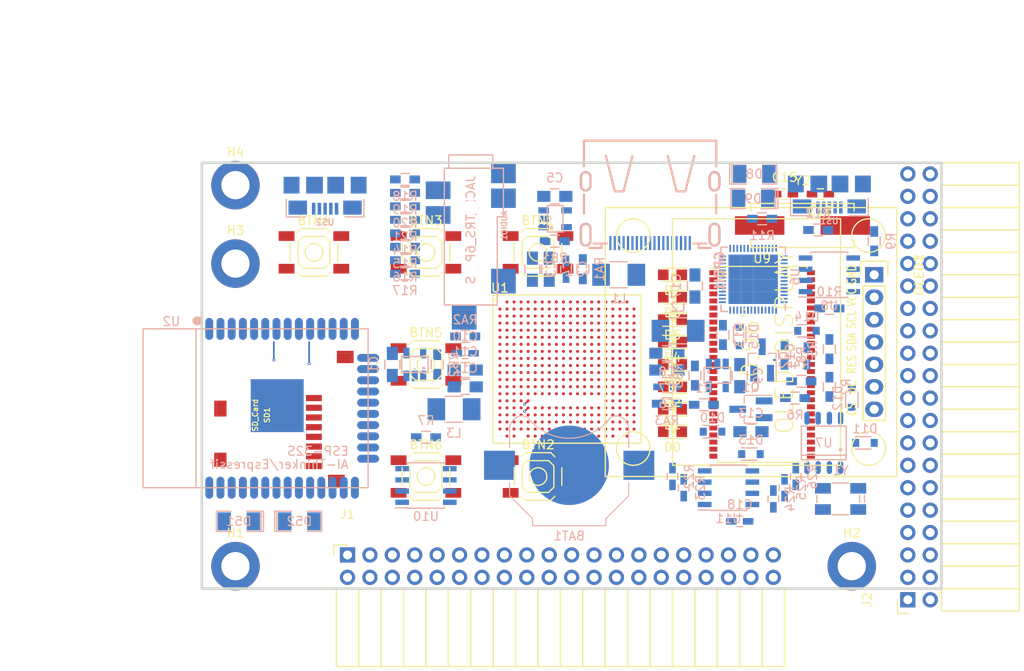
<source format=kicad_pcb>
(kicad_pcb (version 4) (host pcbnew 4.0.5+dfsg1-4)
  (layers (0 F.Cu signal) (1 In1.Cu signal) (2 In2.Cu signal) (31 B.Cu signal) (34 B.Paste user) (35 F.Paste user) (36 B.SilkS user) (37 F.SilkS user) (38 B.Mask user) (39 F.Mask user) (44 Edge.Cuts user))
  (net 0 "")
  (net 1 GND)
  (net 2 +5V)
  (net 3 /gpio/IN5V)
  (net 4 /gpio/OUT5V)
  (net 5 /gpio/P5)
  (net 6 /gpio/P6)
  (net 7 /gpio/P7)
  (net 8 /gpio/P8)
  (net 9 /gpio/P11)
  (net 10 /gpio/P12)
  (net 11 /gpio/P13)
  (net 12 /gpio/P14)
  (net 13 /gpio/P17)
  (net 14 /gpio/P18)
  (net 15 /gpio/P23)
  (net 16 /gpio/P24)
  (net 17 /gpio/P25)
  (net 18 /gpio/P26)
  (net 19 /gpio/P27)
  (net 20 /gpio/P28)
  (net 21 /gpio/P29)
  (net 22 /gpio/P30)
  (net 23 /gpio/P9)
  (net 24 /gpio/P10)
  (net 25 /gpio/P15)
  (net 26 /gpio/P16)
  (net 27 /gpio/P31)
  (net 28 /gpio/P32)
  (net 29 /gpio/P33)
  (net 30 /gpio/P34)
  (net 31 /gpio/P35)
  (net 32 /gpio/P36)
  (net 33 +3V3)
  (net 34 "Net-(L1-Pad1)")
  (net 35 "Net-(L2-Pad1)")
  (net 36 +1V2)
  (net 37 BTN_D)
  (net 38 BTN_F1)
  (net 39 BTN_F2)
  (net 40 BTN_L)
  (net 41 BTN_R)
  (net 42 BTN_U)
  (net 43 /power/FB1)
  (net 44 +2V5)
  (net 45 "Net-(L3-Pad1)")
  (net 46 /power/PWREN)
  (net 47 /power/FB3)
  (net 48 /power/FB2)
  (net 49 "Net-(D9-Pad1)")
  (net 50 /power/VBAT)
  (net 51 SD_3)
  (net 52 JTAG_TDI)
  (net 53 JTAG_TCK)
  (net 54 JTAG_TMS)
  (net 55 JTAG_TDO)
  (net 56 /power/WAKEUPn)
  (net 57 /power/WKUP)
  (net 58 /power/SHUT)
  (net 59 /power/WAKE)
  (net 60 /power/HOLD)
  (net 61 /power/WKn)
  (net 62 /power/OSCI_32k)
  (net 63 /power/OSCO_32k)
  (net 64 /usb/OSCI_12M)
  (net 65 +1V8)
  (net 66 FTDI_nSUSPEND)
  (net 67 USB_FTDI_DM)
  (net 68 USB_FTDI_DP)
  (net 69 /usb/OSCO_12M)
  (net 70 "Net-(Q2-Pad3)")
  (net 71 /usb/EECLK)
  (net 72 /usb/EECS)
  (net 73 "Net-(R11-Pad2)")
  (net 74 /usb/EEDATA)
  (net 75 SHUTDOWN)
  (net 76 /analog/AUDIO_L)
  (net 77 /analog/AUDIO_R)
  (net 78 GPDI_5V_SCL)
  (net 79 GPDI_5V_SDA)
  (net 80 GPDI_SDA)
  (net 81 GPDI_SCL)
  (net 82 /gpdi/VREF2)
  (net 83 /blinkey/BTNPU)
  (net 84 SD_CMD)
  (net 85 SD_CLK)
  (net 86 SD_D0)
  (net 87 SD_D1)
  (net 88 USB5V)
  (net 89 /gpio/R5)
  (net 90 /gpio/R6)
  (net 91 /gpio/R7)
  (net 92 /gpio/R8)
  (net 93 /gpio/R9)
  (net 94 /gpio/R10)
  (net 95 /gpio/R11)
  (net 96 /gpio/R12)
  (net 97 /gpio/R13)
  (net 98 /gpio/R14)
  (net 99 /gpio/R15)
  (net 100 /gpio/R16)
  (net 101 /gpio/R17)
  (net 102 /gpio/R18)
  (net 103 /gpio/R23)
  (net 104 /gpio/R24)
  (net 105 /gpio/R25)
  (net 106 /gpio/R26)
  (net 107 /gpio/R27)
  (net 108 /gpio/R28)
  (net 109 /gpio/R29)
  (net 110 /gpio/R30)
  (net 111 /gpio/R31)
  (net 112 /gpio/R32)
  (net 113 /gpio/R33)
  (net 114 /gpio/R34)
  (net 115 /gpio/R35)
  (net 116 /gpio/R36)
  (module oled:oled_13xx (layer F.Cu) (at 170.3 81.74 270)
    (fp_text reference OLED2 (at -7.62 -5.1 270) (layer F.SilkS))
    (fp_text value SSD1331)
    (fp_text user CS (at 7.62 2.54 270) (layer F.SilkS) (effects (font (size 1 0.75))))
    (fp_text user DC (at 5.08 2.54 270) (layer F.SilkS) (effects (font (size 1 0.75))))
    (fp_text user RES (at 2.54 2.54 270) (layer F.SilkS) (effects (font (size 1 0.75))))
    (fp_text user SDA (at 0 2.54 270) (layer F.SilkS) (effects (font (size 1 0.75))))
    (fp_text user SCL (at -2.54 2.54 270) (layer F.SilkS) (effects (font (size 1 0.75))))
    (fp_text user VCC (at -5.08 2.54 270) (layer F.SilkS) (effects (font (size 1 0.75))))
    (fp_text user GND (at -7.62 2.54 270) (layer F.SilkS) (effects (font (size 1 0.75))))
    (fp_text user 0.96" (at 0 13.97 270) (layer F.SilkS) (effects (font (size 2 2))))
    (fp_text user "OLED DISPLAY" (at 0 10.16 270) (layer F.SilkS) (effects (font (size 2 2))))
    (pad 1 thru_hole rect (at -7.62 0 270) (size 1.7272 2.032) (drill 1.016) (layers *.Cu *.Mask))
    (pad 2 thru_hole oval (at -5.08 0 270) (size 1.7272 2.032) (drill 1.016) (layers *.Cu *.Mask))
    (pad 3 thru_hole oval (at -2.54 0 270) (size 1.7272 2.032) (drill 1.016) (layers *.Cu *.Mask))
    (pad 4 thru_hole oval (at 0 0 270) (size 1.7272 2.032) (drill 1.016) (layers *.Cu *.Mask))
    (pad 5 thru_hole oval (at 2.54 0 270) (size 1.7272 2.032) (drill 1.016) (layers *.Cu *.Mask))
    (pad 6 thru_hole oval (at 5.08 0 270) (size 1.7272 2.032) (drill 1.016) (layers *.Cu *.Mask))
    (pad 7 thru_hole oval (at 7.62 0 270) (size 1.7272 2.032) (drill 1.016) (layers *.Cu *.Mask))
  )
  (module Keystone_3000_1x12mm-CoinCell:Keystone_3000_1x12mm-CoinCell (layer B.Cu) (at 135.73 95.71)
    (fp_text reference BAT1 (at 0 8) (layer B.SilkS) (effects (justify mirror)))
    (fp_text value CR1225)
    (pad 1 smd rect (at -7.9 0) (size 3.5 3.3) (layers B.Cu B.Paste B.Mask) (net 50 /power/VBAT))
    (pad 1 smd rect (at 7.9 0) (size 3.5 3.3) (layers B.Cu B.Paste B.Mask) (net 50 /power/VBAT))
    (pad 2 smd circle (at 0 0) (size 9 9) (layers B.Cu B.Mask) (net 1 GND))
  )
  (module SMD_Packages:SMD-1206_Pol (layer B.Cu) (at 105.149 102.06)
    (fp_text reference D52 (at 0 0) (layer B.SilkS) (effects (justify mirror)))
    (fp_text value 2A)
    (pad 1 smd rect (at -1.651 0) (size 1.524 2.032) (layers B.Cu B.Paste B.Mask) (net 4 /gpio/OUT5V))
    (pad 2 smd rect (at 1.651 0) (size 1.524 2.032) (layers B.Cu B.Paste B.Mask) (net 2 +5V))
  )
  (module SMD_Packages:SMD-1206_Pol (layer B.Cu) (at 98.291 102.06 180)
    (fp_text reference D51 (at 0 0 180) (layer B.SilkS) (effects (justify mirror)))
    (fp_text value 2A)
    (pad 1 smd rect (at -1.651 0 180) (size 1.524 2.032) (layers B.Cu B.Paste B.Mask) (net 2 +5V))
    (pad 2 smd rect (at 1.651 0 180) (size 1.524 2.032) (layers B.Cu B.Paste B.Mask) (net 3 /gpio/IN5V))
  )
  (module micro-sd:MicroSD_TF02D (layer F.Cu) (at 95.8 90.03 90)
    (fp_text reference SD1 (at 0 5.7 90) (layer F.SilkS) (effects (font (size 0.59944 0.59944) (thickness 0.12446))))
    (fp_text value SD_Card (at 0 4.35 90) (layer F.SilkS) (effects (font (size 0.59944 0.59944) (thickness 0.12446))))
    (pad 1 smd rect (at 1.94 11 90) (size 0.7 1.8) (layers F.Cu F.Paste F.Mask) (net 51 SD_3))
    (pad 2 smd rect (at 0.84 11 90) (size 0.7 1.8) (layers F.Cu F.Paste F.Mask) (net 84 SD_CMD))
    (pad 3 smd rect (at -0.26 11 90) (size 0.7 1.8) (layers F.Cu F.Paste F.Mask) (net 1 GND))
    (pad 4 smd rect (at -1.36 11 90) (size 0.7 1.8) (layers F.Cu F.Paste F.Mask) (net 33 +3V3))
    (pad 5 smd rect (at -2.46 11 90) (size 0.7 1.8) (layers F.Cu F.Paste F.Mask) (net 85 SD_CLK))
    (pad 6 smd rect (at -3.56 11 90) (size 0.7 1.8) (layers F.Cu F.Paste F.Mask) (net 1 GND))
    (pad 7 smd rect (at -4.66 11 90) (size 0.7 1.8) (layers F.Cu F.Paste F.Mask) (net 86 SD_D0))
    (pad 8 smd rect (at -5.76 11 90) (size 0.7 1.8) (layers F.Cu F.Paste F.Mask) (net 87 SD_D1))
    (pad S smd rect (at -5.05 0.4 90) (size 1.6 1.4) (layers F.Cu F.Paste F.Mask))
    (pad S smd rect (at 0.75 0.4 90) (size 1.8 1.4) (layers F.Cu F.Paste F.Mask))
    (pad G smd rect (at -7.45 13.55 90) (size 1.4 1.9) (layers F.Cu F.Paste F.Mask))
    (pad G smd rect (at 6.6 14.55 90) (size 1.4 1.9) (layers F.Cu F.Paste F.Mask))
  )
  (module Resistors_SMD:R_1210_HandSoldering (layer B.Cu) (at 141.344 74.12)
    (fp_text reference L1 (at 0 2.7) (layer B.SilkS) (effects (justify mirror)))
    (fp_text value 2.2uH)
    (pad 1 smd rect (at -2 0) (size 2 2.5) (layers B.Cu B.Paste B.Mask) (net 34 "Net-(L1-Pad1)"))
    (pad 2 smd rect (at 2 0) (size 2 2.5) (layers B.Cu B.Paste B.Mask) (net 36 +1V2))
  )
  (module TSOT-25:TSOT-25 (layer B.Cu) (at 134.135 67.77 90)
    (fp_text reference U3 (at 0 -0.5 90) (layer B.SilkS) (effects (font (size 0.15 0.15) (thickness 0.0375)) (justify mirror)))
    (fp_text value AP3429A)
    (pad 1 smd rect (at -0.95 -1.3 90) (size 0.7 1.2) (layers B.Cu B.Paste B.Mask) (net 46 /power/PWREN))
    (pad 2 smd rect (at 0 -1.3 90) (size 0.7 1.2) (layers B.Cu B.Paste B.Mask) (net 1 GND))
    (pad 3 smd rect (at 0.95 -1.3 90) (size 0.7 1.2) (layers B.Cu B.Paste B.Mask) (net 34 "Net-(L1-Pad1)"))
    (pad 4 smd rect (at 0.95 1.3 90) (size 0.7 1.2) (layers B.Cu B.Paste B.Mask) (net 2 +5V))
    (pad 5 smd rect (at -0.95 1.3 90) (size 0.7 1.2) (layers B.Cu B.Paste B.Mask) (net 43 /power/FB1))
  )
  (module Resistors_SMD:R_1210_HandSoldering (layer B.Cu) (at 148.075 80.47 180)
    (fp_text reference L2 (at 0 2.7 180) (layer B.SilkS) (effects (justify mirror)))
    (fp_text value 2.2uH)
    (pad 1 smd rect (at -2 0 180) (size 2 2.5) (layers B.Cu B.Paste B.Mask) (net 35 "Net-(L2-Pad1)"))
    (pad 2 smd rect (at 2 0 180) (size 2 2.5) (layers B.Cu B.Paste B.Mask) (net 33 +3V3))
  )
  (module TSOT-25:TSOT-25 (layer B.Cu) (at 152.52 85.52)
    (fp_text reference U4 (at 0 -0.5) (layer B.SilkS) (effects (font (size 0.15 0.15) (thickness 0.0375)) (justify mirror)))
    (fp_text value AP3429A)
    (pad 1 smd rect (at -0.95 -1.3) (size 0.7 1.2) (layers B.Cu B.Paste B.Mask) (net 46 /power/PWREN))
    (pad 2 smd rect (at 0 -1.3) (size 0.7 1.2) (layers B.Cu B.Paste B.Mask) (net 1 GND))
    (pad 3 smd rect (at 0.95 -1.3) (size 0.7 1.2) (layers B.Cu B.Paste B.Mask) (net 35 "Net-(L2-Pad1)"))
    (pad 4 smd rect (at 0.95 1.3) (size 0.7 1.2) (layers B.Cu B.Paste B.Mask) (net 2 +5V))
    (pad 5 smd rect (at -0.95 1.3) (size 0.7 1.2) (layers B.Cu B.Paste B.Mask) (net 47 /power/FB3))
  )
  (module Buttons_Switches_SMD:SW_SPST_SKQG (layer F.Cu) (at 132.2 71.58)
    (fp_text reference BTN1 (at 0 -3.6) (layer F.SilkS))
    (fp_text value FIRE1)
    (pad 1 smd rect (at -3.1 -1.85) (size 1.8 1.1) (layers F.Cu F.Paste F.Mask) (net 83 /blinkey/BTNPU))
    (pad 1 smd rect (at 3.1 -1.85) (size 1.8 1.1) (layers F.Cu F.Paste F.Mask) (net 83 /blinkey/BTNPU))
    (pad 2 smd rect (at -3.1 1.85) (size 1.8 1.1) (layers F.Cu F.Paste F.Mask) (net 38 BTN_F1))
    (pad 2 smd rect (at 3.1 1.85) (size 1.8 1.1) (layers F.Cu F.Paste F.Mask) (net 38 BTN_F1))
  )
  (module Buttons_Switches_SMD:SW_SPST_SKQG (layer F.Cu) (at 132.2 96.98)
    (fp_text reference BTN2 (at 0 -3.6) (layer F.SilkS))
    (fp_text value FIRE2)
    (pad 1 smd rect (at -3.1 -1.85) (size 1.8 1.1) (layers F.Cu F.Paste F.Mask) (net 83 /blinkey/BTNPU))
    (pad 1 smd rect (at 3.1 -1.85) (size 1.8 1.1) (layers F.Cu F.Paste F.Mask) (net 83 /blinkey/BTNPU))
    (pad 2 smd rect (at -3.1 1.85) (size 1.8 1.1) (layers F.Cu F.Paste F.Mask) (net 39 BTN_F2))
    (pad 2 smd rect (at 3.1 1.85) (size 1.8 1.1) (layers F.Cu F.Paste F.Mask) (net 39 BTN_F2))
  )
  (module Buttons_Switches_SMD:SW_SPST_SKQG (layer F.Cu) (at 119.5 71.58)
    (fp_text reference BTN3 (at 0 -3.6) (layer F.SilkS))
    (fp_text value UP)
    (pad 1 smd rect (at -3.1 -1.85) (size 1.8 1.1) (layers F.Cu F.Paste F.Mask) (net 83 /blinkey/BTNPU))
    (pad 1 smd rect (at 3.1 -1.85) (size 1.8 1.1) (layers F.Cu F.Paste F.Mask) (net 83 /blinkey/BTNPU))
    (pad 2 smd rect (at -3.1 1.85) (size 1.8 1.1) (layers F.Cu F.Paste F.Mask) (net 42 BTN_U))
    (pad 2 smd rect (at 3.1 1.85) (size 1.8 1.1) (layers F.Cu F.Paste F.Mask) (net 42 BTN_U))
  )
  (module Buttons_Switches_SMD:SW_SPST_SKQG (layer F.Cu) (at 106.8 71.58)
    (fp_text reference BTN4 (at 0 -3.6) (layer F.SilkS))
    (fp_text value DOWN)
    (pad 1 smd rect (at -3.1 -1.85) (size 1.8 1.1) (layers F.Cu F.Paste F.Mask) (net 83 /blinkey/BTNPU))
    (pad 1 smd rect (at 3.1 -1.85) (size 1.8 1.1) (layers F.Cu F.Paste F.Mask) (net 83 /blinkey/BTNPU))
    (pad 2 smd rect (at -3.1 1.85) (size 1.8 1.1) (layers F.Cu F.Paste F.Mask) (net 37 BTN_D))
    (pad 2 smd rect (at 3.1 1.85) (size 1.8 1.1) (layers F.Cu F.Paste F.Mask) (net 37 BTN_D))
  )
  (module Buttons_Switches_SMD:SW_SPST_SKQG (layer F.Cu) (at 119.5 84.28)
    (fp_text reference BTN5 (at 0 -3.6) (layer F.SilkS))
    (fp_text value LEFT)
    (pad 1 smd rect (at -3.1 -1.85) (size 1.8 1.1) (layers F.Cu F.Paste F.Mask) (net 83 /blinkey/BTNPU))
    (pad 1 smd rect (at 3.1 -1.85) (size 1.8 1.1) (layers F.Cu F.Paste F.Mask) (net 83 /blinkey/BTNPU))
    (pad 2 smd rect (at -3.1 1.85) (size 1.8 1.1) (layers F.Cu F.Paste F.Mask) (net 40 BTN_L))
    (pad 2 smd rect (at 3.1 1.85) (size 1.8 1.1) (layers F.Cu F.Paste F.Mask) (net 40 BTN_L))
  )
  (module Buttons_Switches_SMD:SW_SPST_SKQG (layer F.Cu) (at 119.5 96.98)
    (fp_text reference BTN6 (at 0 -3.6) (layer F.SilkS))
    (fp_text value RIGHT)
    (pad 1 smd rect (at -3.1 -1.85) (size 1.8 1.1) (layers F.Cu F.Paste F.Mask) (net 83 /blinkey/BTNPU))
    (pad 1 smd rect (at 3.1 -1.85) (size 1.8 1.1) (layers F.Cu F.Paste F.Mask) (net 83 /blinkey/BTNPU))
    (pad 2 smd rect (at -3.1 1.85) (size 1.8 1.1) (layers F.Cu F.Paste F.Mask) (net 41 BTN_R))
    (pad 2 smd rect (at 3.1 1.85) (size 1.8 1.1) (layers F.Cu F.Paste F.Mask) (net 41 BTN_R))
  )
  (module LEDs:LED_0805 (layer F.Cu) (at 147.44 91.9 180)
    (fp_text reference D0 (at 0 -1.75 180) (layer F.SilkS))
    (fp_text value LED)
    (pad 2 smd rect (at 1.04902 0) (size 1.19888 1.19888) (layers F.Cu F.Paste F.Mask))
    (pad 1 smd rect (at -1.04902 0) (size 1.19888 1.19888) (layers F.Cu F.Paste F.Mask) (net 1 GND))
  )
  (module LEDs:LED_0805 (layer F.Cu) (at 147.44 89.36 180)
    (fp_text reference D1 (at 0 -1.75 180) (layer F.SilkS))
    (fp_text value LED)
    (pad 2 smd rect (at 1.04902 0) (size 1.19888 1.19888) (layers F.Cu F.Paste F.Mask))
    (pad 1 smd rect (at -1.04902 0) (size 1.19888 1.19888) (layers F.Cu F.Paste F.Mask) (net 1 GND))
  )
  (module LEDs:LED_0805 (layer F.Cu) (at 147.44 86.82 180)
    (fp_text reference D2 (at 0 -1.75 180) (layer F.SilkS))
    (fp_text value LED)
    (pad 2 smd rect (at 1.04902 0) (size 1.19888 1.19888) (layers F.Cu F.Paste F.Mask))
    (pad 1 smd rect (at -1.04902 0) (size 1.19888 1.19888) (layers F.Cu F.Paste F.Mask) (net 1 GND))
  )
  (module LEDs:LED_0805 (layer F.Cu) (at 147.44 84.28 180)
    (fp_text reference D3 (at 0 -1.75 180) (layer F.SilkS))
    (fp_text value LED)
    (pad 2 smd rect (at 1.04902 0) (size 1.19888 1.19888) (layers F.Cu F.Paste F.Mask))
    (pad 1 smd rect (at -1.04902 0) (size 1.19888 1.19888) (layers F.Cu F.Paste F.Mask) (net 1 GND))
  )
  (module LEDs:LED_0805 (layer F.Cu) (at 147.44 81.74 180)
    (fp_text reference D4 (at 0 -1.75 180) (layer F.SilkS))
    (fp_text value LED)
    (pad 2 smd rect (at 1.04902 0) (size 1.19888 1.19888) (layers F.Cu F.Paste F.Mask))
    (pad 1 smd rect (at -1.04902 0) (size 1.19888 1.19888) (layers F.Cu F.Paste F.Mask) (net 1 GND))
  )
  (module LEDs:LED_0805 (layer F.Cu) (at 147.44 79.2 180)
    (fp_text reference D5 (at 0 -1.75 180) (layer F.SilkS))
    (fp_text value LED)
    (pad 2 smd rect (at 1.04902 0) (size 1.19888 1.19888) (layers F.Cu F.Paste F.Mask))
    (pad 1 smd rect (at -1.04902 0) (size 1.19888 1.19888) (layers F.Cu F.Paste F.Mask) (net 1 GND))
  )
  (module LEDs:LED_0805 (layer F.Cu) (at 147.44 76.66 180)
    (fp_text reference D6 (at 0 -1.75 180) (layer F.SilkS))
    (fp_text value LED)
    (pad 2 smd rect (at 1.04902 0) (size 1.19888 1.19888) (layers F.Cu F.Paste F.Mask))
    (pad 1 smd rect (at -1.04902 0) (size 1.19888 1.19888) (layers F.Cu F.Paste F.Mask) (net 1 GND))
  )
  (module LEDs:LED_0805 (layer F.Cu) (at 147.44 74.12 180)
    (fp_text reference D7 (at 0 -1.75 180) (layer F.SilkS))
    (fp_text value LED)
    (pad 2 smd rect (at 1.04902 0) (size 1.19888 1.19888) (layers F.Cu F.Paste F.Mask))
    (pad 1 smd rect (at -1.04902 0) (size 1.19888 1.19888) (layers F.Cu F.Paste F.Mask) (net 1 GND))
  )
  (module Socket_Strips:Socket_Strip_Straight_1x07 (layer F.Cu) (at 170.3 74.12 270)
    (fp_text reference OLED1 (at 0 -5.1 270) (layer F.SilkS))
    (fp_text value CONN_01X07)
    (pad 1 thru_hole rect (at 0 0 270) (size 1.7272 2.032) (drill 1.016) (layers *.Cu *.Mask) (net 1 GND))
    (pad 2 thru_hole oval (at 2.54 0 270) (size 1.7272 2.032) (drill 1.016) (layers *.Cu *.Mask) (net 33 +3V3))
    (pad 3 thru_hole oval (at 5.08 0 270) (size 1.7272 2.032) (drill 1.016) (layers *.Cu *.Mask))
    (pad 4 thru_hole oval (at 7.62 0 270) (size 1.7272 2.032) (drill 1.016) (layers *.Cu *.Mask))
    (pad 5 thru_hole oval (at 10.16 0 270) (size 1.7272 2.032) (drill 1.016) (layers *.Cu *.Mask))
    (pad 6 thru_hole oval (at 12.7 0 270) (size 1.7272 2.032) (drill 1.016) (layers *.Cu *.Mask))
    (pad 7 thru_hole oval (at 15.24 0 270) (size 1.7272 2.032) (drill 1.016) (layers *.Cu *.Mask))
  )
  (module Resistors_SMD:R_1210_HandSoldering (layer B.Cu) (at 122.675 89.36)
    (fp_text reference L3 (at 0 2.7) (layer B.SilkS) (effects (justify mirror)))
    (fp_text value 2.2uH)
    (pad 1 smd rect (at -2 0) (size 2 2.5) (layers B.Cu B.Paste B.Mask) (net 45 "Net-(L3-Pad1)"))
    (pad 2 smd rect (at 2 0) (size 2 2.5) (layers B.Cu B.Paste B.Mask) (net 44 +2V5))
  )
  (module TSOT-25:TSOT-25 (layer B.Cu) (at 118.23 84.28 180)
    (fp_text reference U5 (at 0 -0.5 180) (layer B.SilkS) (effects (font (size 0.15 0.15) (thickness 0.0375)) (justify mirror)))
    (fp_text value AP3429A)
    (pad 1 smd rect (at -0.95 -1.3 180) (size 0.7 1.2) (layers B.Cu B.Paste B.Mask) (net 46 /power/PWREN))
    (pad 2 smd rect (at 0 -1.3 180) (size 0.7 1.2) (layers B.Cu B.Paste B.Mask) (net 1 GND))
    (pad 3 smd rect (at 0.95 -1.3 180) (size 0.7 1.2) (layers B.Cu B.Paste B.Mask) (net 45 "Net-(L3-Pad1)"))
    (pad 4 smd rect (at 0.95 1.3 180) (size 0.7 1.2) (layers B.Cu B.Paste B.Mask) (net 2 +5V))
    (pad 5 smd rect (at -0.95 1.3 180) (size 0.7 1.2) (layers B.Cu B.Paste B.Mask) (net 48 /power/FB2))
  )
  (module Capacitors_SMD:C_0805_HandSoldering (layer B.Cu) (at 115.69 84.28 270)
    (fp_text reference C1 (at 0 2.1 270) (layer B.SilkS) (effects (justify mirror)))
    (fp_text value 22uF)
    (pad 1 smd rect (at -1.25 0 270) (size 1.5 1.25) (layers B.Cu B.Paste B.Mask) (net 2 +5V))
    (pad 2 smd rect (at 1.25 0 270) (size 1.5 1.25) (layers B.Cu B.Paste B.Mask) (net 1 GND))
  )
  (module Capacitors_SMD:C_0805_HandSoldering (layer B.Cu) (at 131.565 73.485 90)
    (fp_text reference C3 (at 0 2.1 90) (layer B.SilkS) (effects (justify mirror)))
    (fp_text value 22uF)
    (pad 1 smd rect (at -1.25 0 90) (size 1.5 1.25) (layers B.Cu B.Paste B.Mask) (net 36 +1V2))
    (pad 2 smd rect (at 1.25 0 90) (size 1.5 1.25) (layers B.Cu B.Paste B.Mask) (net 1 GND))
  )
  (module Capacitors_SMD:C_0805_HandSoldering (layer B.Cu) (at 133.47 73.485 90)
    (fp_text reference C4 (at 0 2.1 90) (layer B.SilkS) (effects (justify mirror)))
    (fp_text value 22uF)
    (pad 1 smd rect (at -1.25 0 90) (size 1.5 1.25) (layers B.Cu B.Paste B.Mask) (net 36 +1V2))
    (pad 2 smd rect (at 1.25 0 90) (size 1.5 1.25) (layers B.Cu B.Paste B.Mask) (net 1 GND))
  )
  (module Capacitors_SMD:C_0805_HandSoldering (layer B.Cu) (at 134.105 65.23 180)
    (fp_text reference C5 (at 0 2.1 180) (layer B.SilkS) (effects (justify mirror)))
    (fp_text value 22uF)
    (pad 1 smd rect (at -1.25 0 180) (size 1.5 1.25) (layers B.Cu B.Paste B.Mask) (net 2 +5V))
    (pad 2 smd rect (at 1.25 0 180) (size 1.5 1.25) (layers B.Cu B.Paste B.Mask) (net 1 GND))
  )
  (module Capacitors_SMD:C_0805_HandSoldering (layer B.Cu) (at 146.805 84.915)
    (fp_text reference C7 (at 0 2.1) (layer B.SilkS) (effects (justify mirror)))
    (fp_text value 22uF)
    (pad 1 smd rect (at -1.25 0) (size 1.5 1.25) (layers B.Cu B.Paste B.Mask) (net 33 +3V3))
    (pad 2 smd rect (at 1.25 0) (size 1.5 1.25) (layers B.Cu B.Paste B.Mask) (net 1 GND))
  )
  (module Capacitors_SMD:C_0805_HandSoldering (layer B.Cu) (at 146.805 83.01)
    (fp_text reference C8 (at 0 2.1) (layer B.SilkS) (effects (justify mirror)))
    (fp_text value 22uF)
    (pad 1 smd rect (at -1.25 0) (size 1.5 1.25) (layers B.Cu B.Paste B.Mask) (net 33 +3V3))
    (pad 2 smd rect (at 1.25 0) (size 1.5 1.25) (layers B.Cu B.Paste B.Mask) (net 1 GND))
  )
  (module Capacitors_SMD:C_0805_HandSoldering (layer B.Cu) (at 155.06 85.55 90)
    (fp_text reference C9 (at 0 2.1 90) (layer B.SilkS) (effects (justify mirror)))
    (fp_text value 22uF)
    (pad 1 smd rect (at -1.25 0 90) (size 1.5 1.25) (layers B.Cu B.Paste B.Mask) (net 2 +5V))
    (pad 2 smd rect (at 1.25 0 90) (size 1.5 1.25) (layers B.Cu B.Paste B.Mask) (net 1 GND))
  )
  (module Capacitors_SMD:C_0805_HandSoldering (layer B.Cu) (at 123.945 84.915 180)
    (fp_text reference C11 (at 0 2.1 180) (layer B.SilkS) (effects (justify mirror)))
    (fp_text value 22uF)
    (pad 1 smd rect (at -1.25 0 180) (size 1.5 1.25) (layers B.Cu B.Paste B.Mask) (net 44 +2V5))
    (pad 2 smd rect (at 1.25 0 180) (size 1.5 1.25) (layers B.Cu B.Paste B.Mask) (net 1 GND))
  )
  (module Capacitors_SMD:C_0805_HandSoldering (layer B.Cu) (at 123.945 86.82 180)
    (fp_text reference C12 (at 0 2.1 180) (layer B.SilkS) (effects (justify mirror)))
    (fp_text value 22uF)
    (pad 1 smd rect (at -1.25 0 180) (size 1.5 1.25) (layers B.Cu B.Paste B.Mask) (net 44 +2V5))
    (pad 2 smd rect (at 1.25 0 180) (size 1.5 1.25) (layers B.Cu B.Paste B.Mask) (net 1 GND))
  )
  (module SMD_Packages:SMD-1206_Pol (layer B.Cu) (at 156.711 62.69)
    (fp_text reference D8 (at 0 0) (layer B.SilkS) (effects (justify mirror)))
    (fp_text value 2A)
    (pad 1 smd rect (at -1.651 0) (size 1.524 2.032) (layers B.Cu B.Paste B.Mask) (net 2 +5V))
    (pad 2 smd rect (at 1.651 0) (size 1.524 2.032) (layers B.Cu B.Paste B.Mask) (net 88 USB5V))
  )
  (module SMD_Packages:SMD-1206_Pol (layer B.Cu) (at 156.584 65.484 180)
    (fp_text reference D9 (at 0 0 180) (layer B.SilkS) (effects (justify mirror)))
    (fp_text value 2A)
    (pad 1 smd rect (at -1.651 0 180) (size 1.524 2.032) (layers B.Cu B.Paste B.Mask) (net 49 "Net-(D9-Pad1)"))
    (pad 2 smd rect (at 1.651 0 180) (size 1.524 2.032) (layers B.Cu B.Paste B.Mask) (net 2 +5V))
  )
  (module Power_Integrations:SO-8 (layer B.Cu) (at 164.585 93.17 180)
    (fp_text reference U7 (at 0 0 180) (layer B.SilkS) (effects (justify mirror)))
    (fp_text value PCF8523)
    (pad 1 smd oval (at -1.905 -2.794 180) (size 0.6096 1.4732) (layers B.Cu B.Paste B.Mask) (net 62 /power/OSCI_32k))
    (pad 2 smd oval (at -0.635 -2.794 180) (size 0.6096 1.4732) (layers B.Cu B.Paste B.Mask) (net 63 /power/OSCO_32k))
    (pad 3 smd oval (at 0.635 -2.794 180) (size 0.6096 1.4732) (layers B.Cu B.Paste B.Mask) (net 50 /power/VBAT))
    (pad 4 smd oval (at 1.905 -2.794 180) (size 0.6096 1.4732) (layers B.Cu B.Paste B.Mask) (net 1 GND))
    (pad 5 smd oval (at 1.905 2.794 180) (size 0.6096 1.4732) (layers B.Cu B.Paste B.Mask))
    (pad 6 smd oval (at 0.635 2.794 180) (size 0.6096 1.4732) (layers B.Cu B.Paste B.Mask))
    (pad 7 smd oval (at -0.635 2.794 180) (size 0.6096 1.4732) (layers B.Cu B.Paste B.Mask) (net 56 /power/WAKEUPn))
    (pad 8 smd oval (at -1.905 2.794 180) (size 0.6096 1.4732) (layers B.Cu B.Paste B.Mask) (net 44 +2V5))
  )
  (module Capacitors_SMD:C_0805_HandSoldering (layer B.Cu) (at 156.33 91.9 180)
    (fp_text reference C13 (at 0 2.1 180) (layer B.SilkS) (effects (justify mirror)))
    (fp_text value 2.2uF)
    (pad 1 smd rect (at -1.25 0 180) (size 1.5 1.25) (layers B.Cu B.Paste B.Mask) (net 2 +5V))
    (pad 2 smd rect (at 1.25 0 180) (size 1.5 1.25) (layers B.Cu B.Paste B.Mask) (net 57 /power/WKUP))
  )
  (module Diodes_SMD:D_0805 (layer B.Cu) (at 151.978 91.9)
    (fp_text reference D10 (at 0 -1.6) (layer B.SilkS) (effects (justify mirror)))
    (fp_text value 1N4148)
    (pad 1 smd rect (at -1.05 0) (size 0.8 0.9) (layers B.Cu B.Paste B.Mask) (net 59 /power/WAKE))
    (pad 2 smd rect (at 1.05 0) (size 0.8 0.9) (layers B.Cu B.Paste B.Mask) (net 57 /power/WKUP))
  )
  (module Diodes_SMD:D_0805 (layer B.Cu) (at 169.25 93.17)
    (fp_text reference D11 (at 0 -1.6) (layer B.SilkS) (effects (justify mirror)))
    (fp_text value 1N4148)
    (pad 1 smd rect (at -1.05 0) (size 0.8 0.9) (layers B.Cu B.Paste B.Mask) (net 60 /power/HOLD))
    (pad 2 smd rect (at 1.05 0) (size 0.8 0.9) (layers B.Cu B.Paste B.Mask) (net 33 +3V3))
  )
  (module Diodes_SMD:D_0805 (layer B.Cu) (at 155.06 81.105 270)
    (fp_text reference D15 (at 0 -1.6 270) (layer B.SilkS) (effects (justify mirror)))
    (fp_text value BAT42)
    (pad 1 smd rect (at -1.05 0 270) (size 0.8 0.9) (layers B.Cu B.Paste B.Mask) (net 58 /power/SHUT))
    (pad 2 smd rect (at 1.05 0 270) (size 0.8 0.9) (layers B.Cu B.Paste B.Mask) (net 75 SHUTDOWN))
  )
  (module Diodes_SMD:D_0805 (layer B.Cu) (at 167.76 88.09 90)
    (fp_text reference D12 (at 0 -1.6 90) (layer B.SilkS) (effects (justify mirror)))
    (fp_text value 1N4148)
    (pad 1 smd rect (at -1.05 0 90) (size 0.8 0.9) (layers B.Cu B.Paste B.Mask) (net 46 /power/PWREN))
    (pad 2 smd rect (at 1.05 0 90) (size 0.8 0.9) (layers B.Cu B.Paste B.Mask) (net 66 FTDI_nSUSPEND))
  )
  (module usb_otg:USB-MICRO-B-FCI-10118192-0001LF (layer B.Cu) (at 165.22 63.825)
    (fp_text reference US1 (at 0 4.2) (layer B.SilkS) (effects (font (size 0.7 0.7)) (justify mirror)))
    (fp_text value USB_FTDI hide)
    (pad 6 smd rect (at -3.1 2.55) (size 2.1 1.6) (layers B.Cu B.Paste B.Mask) (net 1 GND))
    (pad 6 smd rect (at 3.1 2.55) (size 2.1 1.6) (layers B.Cu B.Paste B.Mask) (net 1 GND))
    (pad "" smd rect (at -1.2 0) (size 1.9 1.9) (layers B.Cu B.Paste B.Mask))
    (pad "" smd rect (at 1.2 0) (size 1.9 1.9) (layers B.Cu B.Paste B.Mask))
    (pad 1 smd rect (at -1.3 2.675) (size 0.4 1.35) (layers B.Cu B.Paste B.Mask) (net 88 USB5V))
    (pad 2 smd rect (at -0.65 2.675) (size 0.4 1.35) (layers B.Cu B.Paste B.Mask) (net 67 USB_FTDI_DM))
    (pad 3 smd rect (at 0 2.675) (size 0.4 1.35) (layers B.Cu B.Paste B.Mask) (net 68 USB_FTDI_DP))
    (pad 4 smd rect (at 0.65 2.675) (size 0.4 1.35) (layers B.Cu B.Paste B.Mask))
    (pad 5 smd rect (at 1.3 2.675) (size 0.4 1.35) (layers B.Cu B.Paste B.Mask) (net 1 GND))
    (pad "" smd rect (at -3.8 0) (size 1.8 1.9) (layers B.Cu B.Paste B.Mask))
    (pad "" smd rect (at 3.8 0) (size 1.8 1.9) (layers B.Cu B.Paste B.Mask))
  )
  (module usb_otg:USB-MICRO-B-FCI-10118192-0001LF (layer B.Cu) (at 108.07 63.96)
    (fp_text reference US2 (at 0 4.2) (layer B.SilkS) (effects (font (size 0.7 0.7)) (justify mirror)))
    (fp_text value USB_FPGA hide)
    (pad 6 smd rect (at -3.1 2.55) (size 2.1 1.6) (layers B.Cu B.Paste B.Mask) (net 1 GND))
    (pad 6 smd rect (at 3.1 2.55) (size 2.1 1.6) (layers B.Cu B.Paste B.Mask) (net 1 GND))
    (pad "" smd rect (at -1.2 0) (size 1.9 1.9) (layers B.Cu B.Paste B.Mask))
    (pad "" smd rect (at 1.2 0) (size 1.9 1.9) (layers B.Cu B.Paste B.Mask))
    (pad 1 smd rect (at -1.3 2.675) (size 0.4 1.35) (layers B.Cu B.Paste B.Mask) (net 49 "Net-(D9-Pad1)"))
    (pad 2 smd rect (at -0.65 2.675) (size 0.4 1.35) (layers B.Cu B.Paste B.Mask))
    (pad 3 smd rect (at 0 2.675) (size 0.4 1.35) (layers B.Cu B.Paste B.Mask))
    (pad 4 smd rect (at 0.65 2.675) (size 0.4 1.35) (layers B.Cu B.Paste B.Mask))
    (pad 5 smd rect (at 1.3 2.675) (size 0.4 1.35) (layers B.Cu B.Paste B.Mask) (net 1 GND))
    (pad "" smd rect (at -3.8 0) (size 1.8 1.9) (layers B.Cu B.Paste B.Mask))
    (pad "" smd rect (at 3.8 0) (size 1.8 1.9) (layers B.Cu B.Paste B.Mask))
  )
  (module audio-jack:CUI_SJ-43516-SMT (layer B.Cu) (at 124.58 69.04 270)
    (fp_text reference AUDIO1 (at -0.5 -3.8 270) (layer B.SilkS) (effects (font (size 0.6096 0.6096) (thickness 0.1524)) (justify mirror)))
    (fp_text value JACK_TRS_6PINS (at 0 0 270) (layer B.SilkS) (effects (justify mirror)))
    (pad 1 smd rect (at -6.4 -3.7 270) (size 2.2 2.8) (layers B.Cu B.Paste B.Mask) (net 76 /analog/AUDIO_L))
    (pad 4 smd rect (at -3.6 -3.7 270) (size 2.2 2.8) (layers B.Cu B.Paste B.Mask))
    (pad 2 smd rect (at 5.8 -3.7 270) (size 2.8 2.8) (layers B.Cu B.Paste B.Mask) (net 1 GND))
    (pad 5 smd rect (at 9.9 0.75 270) (size 2.8 2.8) (layers B.Cu B.Paste B.Mask))
    (pad 3 smd rect (at -1.7 3.7 270) (size 2 2.8) (layers B.Cu B.Paste B.Mask) (net 77 /analog/AUDIO_R))
    (pad 6 smd rect (at -4.5 3.7 270) (size 2 2.8) (layers B.Cu B.Paste B.Mask))
    (pad "" np_thru_hole circle (at -2.5 0 270) (size 1.7 1.7) (drill 1.7) (layers *.Cu *.Mask B.SilkS) (clearance 0.4))
    (pad "" np_thru_hole circle (at 4.5 0 270) (size 1.7 1.7) (drill 1.7) (layers *.Cu *.Mask B.SilkS) (clearance 0.4))
  )
  (module abs25:Crystal_SMD_ABS25 (layer B.Cu) (at 166.49 99.52 180)
    (fp_text reference Y1 (at 0 3.2 180) (layer B.SilkS) (effects (justify mirror)))
    (fp_text value 32768Hz)
    (pad 4 smd rect (at -2 1.2 180) (size 1.8 1.2) (layers B.Cu B.Paste B.Mask) (net 63 /power/OSCO_32k))
    (pad 3 smd rect (at 2 1.2 180) (size 1.8 1.2) (layers B.Cu B.Paste B.Mask))
    (pad 2 smd rect (at 2 -1.2 180) (size 1.8 1.2) (layers B.Cu B.Paste B.Mask))
    (pad 1 smd rect (at -2 -1.2 180) (size 1.8 1.2) (layers B.Cu B.Paste B.Mask) (net 62 /power/OSCI_32k))
  )
  (module TSOP54:TSOP54 (layer F.Cu) (at 157.6 84.28)
    (fp_text reference U9 (at 0 -12) (layer F.SilkS))
    (fp_text value MT48LC16M16A2TG)
    (pad 28 smd rect (at 5.53 10.4) (size 0.9 0.56) (layers F.Cu F.Paste F.Mask) (net 1 GND))
    (pad 1 smd rect (at -5.53 -10.4) (size 0.9 0.56) (layers F.Cu F.Paste F.Mask) (net 33 +3V3))
    (pad 2 smd rect (at -5.53 -9.6) (size 0.9 0.56) (layers F.Cu F.Paste F.Mask))
    (pad 3 smd rect (at -5.53 -8.8) (size 0.9 0.56) (layers F.Cu F.Paste F.Mask) (net 33 +3V3))
    (pad 4 smd rect (at -5.53 -8) (size 0.9 0.56) (layers F.Cu F.Paste F.Mask))
    (pad 5 smd rect (at -5.53 -7.2) (size 0.9 0.56) (layers F.Cu F.Paste F.Mask))
    (pad 6 smd rect (at -5.53 -6.4) (size 0.9 0.56) (layers F.Cu F.Paste F.Mask) (net 1 GND))
    (pad 7 smd rect (at -5.53 -5.6) (size 0.9 0.56) (layers F.Cu F.Paste F.Mask))
    (pad 8 smd rect (at -5.53 -4.8) (size 0.9 0.56) (layers F.Cu F.Paste F.Mask))
    (pad 9 smd rect (at -5.53 -4) (size 0.9 0.56) (layers F.Cu F.Paste F.Mask) (net 33 +3V3))
    (pad 10 smd rect (at -5.53 -3.2) (size 0.9 0.56) (layers F.Cu F.Paste F.Mask))
    (pad 11 smd rect (at -5.53 -2.4) (size 0.9 0.56) (layers F.Cu F.Paste F.Mask))
    (pad 12 smd rect (at -5.53 -1.6) (size 0.9 0.56) (layers F.Cu F.Paste F.Mask) (net 1 GND))
    (pad 13 smd rect (at -5.53 -0.8) (size 0.9 0.56) (layers F.Cu F.Paste F.Mask))
    (pad 14 smd rect (at -5.53 0) (size 0.9 0.56) (layers F.Cu F.Paste F.Mask) (net 33 +3V3))
    (pad 15 smd rect (at -5.53 0.8) (size 0.9 0.56) (layers F.Cu F.Paste F.Mask))
    (pad 16 smd rect (at -5.53 1.6) (size 0.9 0.56) (layers F.Cu F.Paste F.Mask))
    (pad 17 smd rect (at -5.53 2.4) (size 0.9 0.56) (layers F.Cu F.Paste F.Mask))
    (pad 18 smd rect (at -5.53 3.2) (size 0.9 0.56) (layers F.Cu F.Paste F.Mask))
    (pad 19 smd rect (at -5.53 4) (size 0.9 0.56) (layers F.Cu F.Paste F.Mask))
    (pad 20 smd rect (at -5.53 4.8) (size 0.9 0.56) (layers F.Cu F.Paste F.Mask))
    (pad 21 smd rect (at -5.53 5.6) (size 0.9 0.56) (layers F.Cu F.Paste F.Mask))
    (pad 22 smd rect (at -5.53 6.4) (size 0.9 0.56) (layers F.Cu F.Paste F.Mask))
    (pad 23 smd rect (at -5.53 7.2) (size 0.9 0.56) (layers F.Cu F.Paste F.Mask))
    (pad 24 smd rect (at -5.53 8) (size 0.9 0.56) (layers F.Cu F.Paste F.Mask))
    (pad 25 smd rect (at -5.53 8.8) (size 0.9 0.56) (layers F.Cu F.Paste F.Mask))
    (pad 26 smd rect (at -5.53 9.6) (size 0.9 0.56) (layers F.Cu F.Paste F.Mask))
    (pad 27 smd rect (at -5.53 10.4) (size 0.9 0.56) (layers F.Cu F.Paste F.Mask) (net 33 +3V3))
    (pad 29 smd rect (at 5.53 9.6) (size 0.9 0.56) (layers F.Cu F.Paste F.Mask))
    (pad 30 smd rect (at 5.53 8.8) (size 0.9 0.56) (layers F.Cu F.Paste F.Mask))
    (pad 31 smd rect (at 5.53 8) (size 0.9 0.56) (layers F.Cu F.Paste F.Mask))
    (pad 32 smd rect (at 5.53 7.2) (size 0.9 0.56) (layers F.Cu F.Paste F.Mask))
    (pad 33 smd rect (at 5.53 6.4) (size 0.9 0.56) (layers F.Cu F.Paste F.Mask))
    (pad 34 smd rect (at 5.53 5.6) (size 0.9 0.56) (layers F.Cu F.Paste F.Mask))
    (pad 35 smd rect (at 5.53 4.8) (size 0.9 0.56) (layers F.Cu F.Paste F.Mask))
    (pad 36 smd rect (at 5.53 4) (size 0.9 0.56) (layers F.Cu F.Paste F.Mask))
    (pad 37 smd rect (at 5.53 3.2) (size 0.9 0.56) (layers F.Cu F.Paste F.Mask))
    (pad 38 smd rect (at 5.53 2.4) (size 0.9 0.56) (layers F.Cu F.Paste F.Mask))
    (pad 39 smd rect (at 5.53 1.6) (size 0.9 0.56) (layers F.Cu F.Paste F.Mask))
    (pad 40 smd rect (at 5.53 0.8) (size 0.9 0.56) (layers F.Cu F.Paste F.Mask))
    (pad 41 smd rect (at 5.53 0) (size 0.9 0.56) (layers F.Cu F.Paste F.Mask) (net 1 GND))
    (pad 42 smd rect (at 5.53 -0.8) (size 0.9 0.56) (layers F.Cu F.Paste F.Mask))
    (pad 43 smd rect (at 5.53 -1.6) (size 0.9 0.56) (layers F.Cu F.Paste F.Mask) (net 33 +3V3))
    (pad 44 smd rect (at 5.53 -2.4) (size 0.9 0.56) (layers F.Cu F.Paste F.Mask))
    (pad 45 smd rect (at 5.53 -3.2) (size 0.9 0.56) (layers F.Cu F.Paste F.Mask))
    (pad 46 smd rect (at 5.53 -4) (size 0.9 0.56) (layers F.Cu F.Paste F.Mask) (net 1 GND))
    (pad 47 smd rect (at 5.53 -4.8) (size 0.9 0.56) (layers F.Cu F.Paste F.Mask))
    (pad 48 smd rect (at 5.53 -5.6) (size 0.9 0.56) (layers F.Cu F.Paste F.Mask))
    (pad 49 smd rect (at 5.53 -6.4) (size 0.9 0.56) (layers F.Cu F.Paste F.Mask) (net 33 +3V3))
    (pad 50 smd rect (at 5.53 -7.2) (size 0.9 0.56) (layers F.Cu F.Paste F.Mask))
    (pad 51 smd rect (at 5.53 -8) (size 0.9 0.56) (layers F.Cu F.Paste F.Mask))
    (pad 52 smd rect (at 5.53 -8.8) (size 0.9 0.56) (layers F.Cu F.Paste F.Mask) (net 1 GND))
    (pad 53 smd rect (at 5.53 -9.6) (size 0.9 0.56) (layers F.Cu F.Paste F.Mask))
    (pad 54 smd rect (at 5.53 -10.4) (size 0.9 0.56) (layers F.Cu F.Paste F.Mask) (net 1 GND))
  )
  (module Capacitors_SMD:C_0805_HandSoldering (layer B.Cu) (at 149.98 75.39 270)
    (fp_text reference C17 (at 0 2.1 270) (layer B.SilkS) (effects (justify mirror)))
    (fp_text value 3.3uF)
    (pad 1 smd rect (at -1.25 0 270) (size 1.5 1.25) (layers B.Cu B.Paste B.Mask) (net 65 +1V8))
    (pad 2 smd rect (at 1.25 0 270) (size 1.5 1.25) (layers B.Cu B.Paste B.Mask) (net 1 GND))
  )
  (module Housings_DFN_QFN:QFN-56-1EP_7x7mm_Pitch0.4mm (layer B.Cu) (at 156.584 74.628 90)
    (fp_text reference U6 (at 0.3 4.75 90) (layer B.SilkS) (effects (justify mirror)))
    (fp_text value FT2232H-56Q)
    (pad 1 smd rect (at -3.5 2.6 90) (size 0.8 0.2) (layers B.Cu B.Paste B.Mask) (net 72 /usb/EECS))
    (pad 2 smd rect (at -3.5 2.2 90) (size 0.8 0.2) (layers B.Cu B.Paste B.Mask) (net 65 +1V8))
    (pad 3 smd rect (at -3.5 1.8 90) (size 0.8 0.2) (layers B.Cu B.Paste B.Mask) (net 64 /usb/OSCI_12M))
    (pad 4 smd rect (at -3.5 1.4 90) (size 0.8 0.2) (layers B.Cu B.Paste B.Mask) (net 69 /usb/OSCO_12M))
    (pad 5 smd rect (at -3.5 1 90) (size 0.8 0.2) (layers B.Cu B.Paste B.Mask) (net 33 +3V3))
    (pad 6 smd rect (at -3.5 0.6 90) (size 0.8 0.2) (layers B.Cu B.Paste B.Mask))
    (pad 7 smd rect (at -3.5 0.2 90) (size 0.8 0.2) (layers B.Cu B.Paste B.Mask) (net 67 USB_FTDI_DM))
    (pad 8 smd rect (at -3.5 -0.2 90) (size 0.8 0.2) (layers B.Cu B.Paste B.Mask) (net 68 USB_FTDI_DP))
    (pad 9 smd rect (at -3.5 -0.6 90) (size 0.8 0.2) (layers B.Cu B.Paste B.Mask) (net 33 +3V3))
    (pad 10 smd rect (at -3.5 -1 90) (size 0.8 0.2) (layers B.Cu B.Paste B.Mask))
    (pad 11 smd rect (at -3.5 -1.4 90) (size 0.8 0.2) (layers B.Cu B.Paste B.Mask))
    (pad 12 smd rect (at -3.5 -1.8 90) (size 0.8 0.2) (layers B.Cu B.Paste B.Mask) (net 53 JTAG_TCK))
    (pad 15 smd rect (at -2.6 -3.5) (size 0.8 0.2) (layers B.Cu B.Paste B.Mask) (net 54 JTAG_TMS))
    (pad 16 smd rect (at -2.2 -3.5) (size 0.8 0.2) (layers B.Cu B.Paste B.Mask) (net 33 +3V3))
    (pad 17 smd rect (at -1.8 -3.5) (size 0.8 0.2) (layers B.Cu B.Paste B.Mask))
    (pad 18 smd rect (at -1.4 -3.5) (size 0.8 0.2) (layers B.Cu B.Paste B.Mask))
    (pad 19 smd rect (at -1 -3.5) (size 0.8 0.2) (layers B.Cu B.Paste B.Mask))
    (pad 20 smd rect (at -0.6 -3.5) (size 0.8 0.2) (layers B.Cu B.Paste B.Mask))
    (pad 21 smd rect (at -0.2 -3.5) (size 0.8 0.2) (layers B.Cu B.Paste B.Mask) (net 1 GND))
    (pad 22 smd rect (at 0.2 -3.5) (size 0.8 0.2) (layers B.Cu B.Paste B.Mask))
    (pad 23 smd rect (at 0.6 -3.5) (size 0.8 0.2) (layers B.Cu B.Paste B.Mask))
    (pad 24 smd rect (at 1 -3.5) (size 0.8 0.2) (layers B.Cu B.Paste B.Mask))
    (pad 57 smd rect (at -2.1 2.1 90) (size 1.4 1.4) (layers B.Cu B.Paste B.Mask) (net 1 GND))
    (pad 13 smd rect (at -3.5 -2.2 90) (size 0.8 0.2) (layers B.Cu B.Paste B.Mask) (net 52 JTAG_TDI))
    (pad 14 smd rect (at -3.5 -2.6 90) (size 0.8 0.2) (layers B.Cu B.Paste B.Mask) (net 55 JTAG_TDO))
    (pad 25 smd rect (at 1.4 -3.5) (size 0.8 0.2) (layers B.Cu B.Paste B.Mask))
    (pad 26 smd rect (at 1.8 -3.5) (size 0.8 0.2) (layers B.Cu B.Paste B.Mask))
    (pad 27 smd rect (at 2.2 -3.5) (size 0.8 0.2) (layers B.Cu B.Paste B.Mask))
    (pad 28 smd rect (at 2.6 -3.5) (size 0.8 0.2) (layers B.Cu B.Paste B.Mask))
    (pad 42 smd rect (at 3.5 2.6 90) (size 0.8 0.2) (layers B.Cu B.Paste B.Mask))
    (pad 41 smd rect (at 3.5 2.2 90) (size 0.8 0.2) (layers B.Cu B.Paste B.Mask) (net 1 GND))
    (pad 39 smd rect (at 3.5 1.4 90) (size 0.8 0.2) (layers B.Cu B.Paste B.Mask))
    (pad 38 smd rect (at 3.5 1 90) (size 0.8 0.2) (layers B.Cu B.Paste B.Mask))
    (pad 40 smd rect (at 3.5 1.8 90) (size 0.8 0.2) (layers B.Cu B.Paste B.Mask))
    (pad 35 smd rect (at 3.5 -0.2 90) (size 0.8 0.2) (layers B.Cu B.Paste B.Mask))
    (pad 34 smd rect (at 3.5 -0.6 90) (size 0.8 0.2) (layers B.Cu B.Paste B.Mask))
    (pad 33 smd rect (at 3.5 -1 90) (size 0.8 0.2) (layers B.Cu B.Paste B.Mask))
    (pad 36 smd rect (at 3.5 0.2 90) (size 0.8 0.2) (layers B.Cu B.Paste B.Mask) (net 33 +3V3))
    (pad 37 smd rect (at 3.5 0.6 90) (size 0.8 0.2) (layers B.Cu B.Paste B.Mask))
    (pad 30 smd rect (at 3.5 -2.2 90) (size 0.8 0.2) (layers B.Cu B.Paste B.Mask) (net 66 FTDI_nSUSPEND))
    (pad 31 smd rect (at 3.5 -1.8 90) (size 0.8 0.2) (layers B.Cu B.Paste B.Mask) (net 65 +1V8))
    (pad 32 smd rect (at 3.5 -1.4 90) (size 0.8 0.2) (layers B.Cu B.Paste B.Mask))
    (pad 29 smd rect (at 3.5 -2.6 90) (size 0.8 0.2) (layers B.Cu B.Paste B.Mask))
    (pad 55 smd rect (at -2.2 3.5) (size 0.8 0.2) (layers B.Cu B.Paste B.Mask) (net 74 /usb/EEDATA))
    (pad 56 smd rect (at -2.6 3.5) (size 0.8 0.2) (layers B.Cu B.Paste B.Mask) (net 71 /usb/EECLK))
    (pad 51 smd rect (at -0.6 3.5) (size 0.8 0.2) (layers B.Cu B.Paste B.Mask))
    (pad 49 smd rect (at 0.2 3.5) (size 0.8 0.2) (layers B.Cu B.Paste B.Mask))
    (pad 52 smd rect (at -1 3.5) (size 0.8 0.2) (layers B.Cu B.Paste B.Mask))
    (pad 53 smd rect (at -1.4 3.5) (size 0.8 0.2) (layers B.Cu B.Paste B.Mask))
    (pad 50 smd rect (at -0.2 3.5) (size 0.8 0.2) (layers B.Cu B.Paste B.Mask) (net 33 +3V3))
    (pad 54 smd rect (at -1.8 3.5) (size 0.8 0.2) (layers B.Cu B.Paste B.Mask))
    (pad 45 smd rect (at 1.8 3.5) (size 0.8 0.2) (layers B.Cu B.Paste B.Mask) (net 1 GND))
    (pad 47 smd rect (at 1 3.5) (size 0.8 0.2) (layers B.Cu B.Paste B.Mask))
    (pad 46 smd rect (at 1.4 3.5) (size 0.8 0.2) (layers B.Cu B.Paste B.Mask))
    (pad 44 smd rect (at 2.2 3.5) (size 0.8 0.2) (layers B.Cu B.Paste B.Mask) (net 33 +3V3))
    (pad 43 smd rect (at 2.6 3.5) (size 0.8 0.2) (layers B.Cu B.Paste B.Mask))
    (pad 48 smd rect (at 0.6 3.5) (size 0.8 0.2) (layers B.Cu B.Paste B.Mask))
    (pad 57 smd rect (at -0.7 2.1 90) (size 1.4 1.4) (layers B.Cu B.Paste B.Mask) (net 1 GND))
    (pad 57 smd rect (at 0.7 2.1 90) (size 1.4 1.4) (layers B.Cu B.Paste B.Mask) (net 1 GND))
    (pad 57 smd rect (at 2.1 2.1 90) (size 1.4 1.4) (layers B.Cu B.Paste B.Mask) (net 1 GND))
    (pad 57 smd rect (at 2.1 0.7 90) (size 1.4 1.4) (layers B.Cu B.Paste B.Mask) (net 1 GND))
    (pad 57 smd rect (at 0.7 0.7 90) (size 1.4 1.4) (layers B.Cu B.Paste B.Mask) (net 1 GND))
    (pad 57 smd rect (at -2.1 0.7 90) (size 1.4 1.4) (layers B.Cu B.Paste B.Mask) (net 1 GND))
    (pad 57 smd rect (at -0.7 0.7 90) (size 1.4 1.4) (layers B.Cu B.Paste B.Mask) (net 1 GND))
    (pad 57 smd rect (at 2.1 -0.7 90) (size 1.4 1.4) (layers B.Cu B.Paste B.Mask) (net 1 GND))
    (pad 57 smd rect (at 0.7 -0.7 90) (size 1.4 1.4) (layers B.Cu B.Paste B.Mask) (net 1 GND))
    (pad 57 smd rect (at -2.1 -0.7 90) (size 1.4 1.4) (layers B.Cu B.Paste B.Mask) (net 1 GND))
    (pad 57 smd rect (at -0.7 -0.7 90) (size 1.4 1.4) (layers B.Cu B.Paste B.Mask) (net 1 GND))
    (pad 57 smd rect (at 2.1 -2.1 90) (size 1.4 1.4) (layers B.Cu B.Paste B.Mask) (net 1 GND))
    (pad 57 smd rect (at 0.7 -2.1 90) (size 1.4 1.4) (layers B.Cu B.Paste B.Mask) (net 1 GND))
    (pad 57 smd rect (at -2.1 -2.1 90) (size 1.4 1.4) (layers B.Cu B.Paste B.Mask) (net 1 GND))
    (pad 57 smd rect (at -0.7 -2.1 90) (size 1.4 1.4) (layers B.Cu B.Paste B.Mask) (net 1 GND))
  )
  (module Crystals:Crystal_HC49-SD_SMD (layer F.Cu) (at 162.172 68.532)
    (fp_text reference Y2 (at 0 -5.08) (layer F.SilkS))
    (fp_text value 12MHz)
    (pad 1 smd rect (at -4.84886 0) (size 5.6007 2.10058) (layers F.Cu F.Paste F.Mask) (net 64 /usb/OSCI_12M))
    (pad 2 smd rect (at 4.84886 0) (size 5.6007 2.10058) (layers F.Cu F.Paste F.Mask) (net 69 /usb/OSCO_12M))
  )
  (module TO_SOT_Packages_SMD:SOT-23_Handsoldering (layer B.Cu) (at 156.33 89.36 180)
    (fp_text reference Q1 (at 0 2.5 180) (layer B.SilkS) (effects (justify mirror)))
    (fp_text value BC857)
    (pad 1 smd rect (at -1.5 0.95 180) (size 1.9 0.8) (layers B.Cu B.Paste B.Mask) (net 61 /power/WKn))
    (pad 2 smd rect (at -1.5 -0.95 180) (size 1.9 0.8) (layers B.Cu B.Paste B.Mask) (net 2 +5V))
    (pad 3 smd rect (at 1.5 0 180) (size 1.9 0.8) (layers B.Cu B.Paste B.Mask) (net 57 /power/WKUP))
  )
  (module TO_SOT_Packages_SMD:SOT-23_Handsoldering (layer B.Cu) (at 157.6 83.772 90)
    (fp_text reference Q2 (at 0 2.5 90) (layer B.SilkS) (effects (justify mirror)))
    (fp_text value 2N7002)
    (pad 1 smd rect (at -1.5 0.95 90) (size 1.9 0.8) (layers B.Cu B.Paste B.Mask) (net 58 /power/SHUT))
    (pad 2 smd rect (at -1.5 -0.95 90) (size 1.9 0.8) (layers B.Cu B.Paste B.Mask) (net 1 GND))
    (pad 3 smd rect (at 1.5 0 90) (size 1.9 0.8) (layers B.Cu B.Paste B.Mask) (net 70 "Net-(Q2-Pad3)"))
  )
  (module Housings_SOIC:SOIC-8_3.9x4.9mm_Pitch1.27mm (layer B.Cu) (at 165.22 74.12)
    (fp_text reference U8 (at 0 3.5) (layer B.SilkS) (effects (justify mirror)))
    (fp_text value 93CxxC)
    (pad 1 smd rect (at -2.7 1.905) (size 1.55 0.6) (layers B.Cu B.Paste B.Mask) (net 72 /usb/EECS))
    (pad 2 smd rect (at -2.7 0.635) (size 1.55 0.6) (layers B.Cu B.Paste B.Mask) (net 71 /usb/EECLK))
    (pad 3 smd rect (at -2.7 -0.635) (size 1.55 0.6) (layers B.Cu B.Paste B.Mask) (net 74 /usb/EEDATA))
    (pad 4 smd rect (at -2.7 -1.905) (size 1.55 0.6) (layers B.Cu B.Paste B.Mask) (net 73 "Net-(R11-Pad2)"))
    (pad 5 smd rect (at 2.7 -1.905) (size 1.55 0.6) (layers B.Cu B.Paste B.Mask) (net 1 GND))
    (pad 6 smd rect (at 2.7 -0.635) (size 1.55 0.6) (layers B.Cu B.Paste B.Mask) (net 33 +3V3))
    (pad 7 smd rect (at 2.7 0.635) (size 1.55 0.6) (layers B.Cu B.Paste B.Mask) (net 1 GND))
    (pad 8 smd rect (at 2.7 1.905) (size 1.55 0.6) (layers B.Cu B.Paste B.Mask) (net 33 +3V3))
  )
  (module Capacitors_SMD:C_0603_HandSoldering (layer B.Cu) (at 135.375 73.485 90)
    (fp_text reference C2 (at 0 1.9 90) (layer B.SilkS) (effects (justify mirror)))
    (fp_text value 470pF)
    (pad 1 smd rect (at -0.95 0 90) (size 1.2 0.75) (layers B.Cu B.Paste B.Mask) (net 36 +1V2))
    (pad 2 smd rect (at 0.95 0 90) (size 1.2 0.75) (layers B.Cu B.Paste B.Mask) (net 43 /power/FB1))
  )
  (module Capacitors_SMD:C_0603_HandSoldering (layer B.Cu) (at 146.805 86.82)
    (fp_text reference C6 (at 0 1.9) (layer B.SilkS) (effects (justify mirror)))
    (fp_text value 470pF)
    (pad 1 smd rect (at -0.95 0) (size 1.2 0.75) (layers B.Cu B.Paste B.Mask) (net 33 +3V3))
    (pad 2 smd rect (at 0.95 0) (size 1.2 0.75) (layers B.Cu B.Paste B.Mask) (net 47 /power/FB3))
  )
  (module Capacitors_SMD:C_0603_HandSoldering (layer B.Cu) (at 123.945 83.01 180)
    (fp_text reference C10 (at 0 1.9 180) (layer B.SilkS) (effects (justify mirror)))
    (fp_text value 470pF)
    (pad 1 smd rect (at -0.95 0 180) (size 1.2 0.75) (layers B.Cu B.Paste B.Mask) (net 44 +2V5))
    (pad 2 smd rect (at 0.95 0 180) (size 1.2 0.75) (layers B.Cu B.Paste B.Mask) (net 48 /power/FB2))
  )
  (module Capacitors_SMD:C_0603_HandSoldering (layer B.Cu) (at 162.68 83.33 270)
    (fp_text reference C14 (at 0 1.9 270) (layer B.SilkS) (effects (justify mirror)))
    (fp_text value 100nF)
    (pad 1 smd rect (at -0.95 0 270) (size 1.2 0.75) (layers B.Cu B.Paste B.Mask) (net 58 /power/SHUT))
    (pad 2 smd rect (at 0.95 0 270) (size 1.2 0.75) (layers B.Cu B.Paste B.Mask) (net 1 GND))
  )
  (module Capacitors_SMD:C_0603_HandSoldering (layer F.Cu) (at 160.14 64.976)
    (fp_text reference C15 (at 0 -1.9) (layer F.SilkS))
    (fp_text value 27pF)
    (pad 1 smd rect (at -0.95 0) (size 1.2 0.75) (layers F.Cu F.Paste F.Mask) (net 64 /usb/OSCI_12M))
    (pad 2 smd rect (at 0.95 0) (size 1.2 0.75) (layers F.Cu F.Paste F.Mask) (net 1 GND))
  )
  (module Capacitors_SMD:C_0603_HandSoldering (layer F.Cu) (at 164.204 64.976 180)
    (fp_text reference C16 (at 0 -1.9 180) (layer F.SilkS))
    (fp_text value 27pF)
    (pad 1 smd rect (at -0.95 0 180) (size 1.2 0.75) (layers F.Cu F.Paste F.Mask) (net 69 /usb/OSCO_12M))
    (pad 2 smd rect (at 0.95 0 180) (size 1.2 0.75) (layers F.Cu F.Paste F.Mask) (net 1 GND))
  )
  (module Resistors_SMD:R_0603_HandSoldering (layer B.Cu) (at 150.996 88.852 180)
    (fp_text reference R1 (at 0 1.9 180) (layer B.SilkS) (effects (justify mirror)))
    (fp_text value 15k)
    (pad 1 smd rect (at -1.1 0 180) (size 1.2 0.9) (layers B.Cu B.Paste B.Mask) (net 59 /power/WAKE))
    (pad 2 smd rect (at 1.1 0 180) (size 1.2 0.9) (layers B.Cu B.Paste B.Mask) (net 46 /power/PWREN))
  )
  (module Resistors_SMD:R_0603_HandSoldering (layer B.Cu) (at 165.22 86.82 90)
    (fp_text reference R2 (at 0 1.9 90) (layer B.SilkS) (effects (justify mirror)))
    (fp_text value 47k)
    (pad 1 smd rect (at -1.1 0 90) (size 1.2 0.9) (layers B.Cu B.Paste B.Mask) (net 46 /power/PWREN))
    (pad 2 smd rect (at 1.1 0 90) (size 1.2 0.9) (layers B.Cu B.Paste B.Mask) (net 1 GND))
  )
  (module Resistors_SMD:R_0603_HandSoldering (layer B.Cu) (at 162.045 86.185 180)
    (fp_text reference R4 (at 0 1.9 180) (layer B.SilkS) (effects (justify mirror)))
    (fp_text value 15k)
    (pad 1 smd rect (at -1.1 0 180) (size 1.2 0.9) (layers B.Cu B.Paste B.Mask) (net 60 /power/HOLD))
    (pad 2 smd rect (at 1.1 0 180) (size 1.2 0.9) (layers B.Cu B.Paste B.Mask) (net 46 /power/PWREN))
  )
  (module Resistors_SMD:R_0603_HandSoldering (layer B.Cu) (at 165.22 82.545 270)
    (fp_text reference R5 (at 0 1.9 270) (layer B.SilkS) (effects (justify mirror)))
    (fp_text value 4.7M)
    (pad 1 smd rect (at -1.1 0 270) (size 1.2 0.9) (layers B.Cu B.Paste B.Mask) (net 58 /power/SHUT))
    (pad 2 smd rect (at 1.1 0 270) (size 1.2 0.9) (layers B.Cu B.Paste B.Mask) (net 1 GND))
  )
  (module Resistors_SMD:R_0603_HandSoldering (layer B.Cu) (at 161.33 88.09)
    (fp_text reference R6 (at 0 1.9) (layer B.SilkS) (effects (justify mirror)))
    (fp_text value 1k)
    (pad 1 smd rect (at -1.1 0) (size 1.2 0.9) (layers B.Cu B.Paste B.Mask) (net 61 /power/WKn))
    (pad 2 smd rect (at 1.1 0) (size 1.2 0.9) (layers B.Cu B.Paste B.Mask) (net 56 /power/WAKEUPn))
  )
  (module Resistors_SMD:R_0603_HandSoldering (layer B.Cu) (at 119.5 92.535 180)
    (fp_text reference R7 (at 0 1.9 180) (layer B.SilkS) (effects (justify mirror)))
    (fp_text value 220)
    (pad 1 smd rect (at -1.1 0 180) (size 1.2 0.9) (layers B.Cu B.Paste B.Mask) (net 33 +3V3))
    (pad 2 smd rect (at 1.1 0 180) (size 1.2 0.9) (layers B.Cu B.Paste B.Mask) (net 83 /blinkey/BTNPU))
  )
  (module Resistors_SMD:R_0603_HandSoldering (layer B.Cu) (at 160.14 83.18 90)
    (fp_text reference R8 (at 0 1.9 90) (layer B.SilkS) (effects (justify mirror)))
    (fp_text value 1k)
    (pad 1 smd rect (at -1.1 0 90) (size 1.2 0.9) (layers B.Cu B.Paste B.Mask) (net 46 /power/PWREN))
    (pad 2 smd rect (at 1.1 0 90) (size 1.2 0.9) (layers B.Cu B.Paste B.Mask) (net 70 "Net-(Q2-Pad3)"))
  )
  (module Resistors_SMD:R_0603_HandSoldering (layer B.Cu) (at 170.3 70.31 90)
    (fp_text reference R9 (at 0 1.9 90) (layer B.SilkS) (effects (justify mirror)))
    (fp_text value 10k)
    (pad 1 smd rect (at -1.1 0 90) (size 1.2 0.9) (layers B.Cu B.Paste B.Mask) (net 33 +3V3))
    (pad 2 smd rect (at 1.1 0 90) (size 1.2 0.9) (layers B.Cu B.Paste B.Mask) (net 71 /usb/EECLK))
  )
  (module Resistors_SMD:R_0603_HandSoldering (layer B.Cu) (at 165.22 77.93 180)
    (fp_text reference R10 (at 0 1.9 180) (layer B.SilkS) (effects (justify mirror)))
    (fp_text value 10k)
    (pad 1 smd rect (at -1.1 0 180) (size 1.2 0.9) (layers B.Cu B.Paste B.Mask) (net 33 +3V3))
    (pad 2 smd rect (at 1.1 0 180) (size 1.2 0.9) (layers B.Cu B.Paste B.Mask) (net 72 /usb/EECS))
  )
  (module Resistors_SMD:R_0603_HandSoldering (layer B.Cu) (at 157.6 67.77)
    (fp_text reference R11 (at 0 1.9) (layer B.SilkS) (effects (justify mirror)))
    (fp_text value 10k)
    (pad 1 smd rect (at -1.1 0) (size 1.2 0.9) (layers B.Cu B.Paste B.Mask) (net 33 +3V3))
    (pad 2 smd rect (at 1.1 0) (size 1.2 0.9) (layers B.Cu B.Paste B.Mask) (net 73 "Net-(R11-Pad2)"))
  )
  (module Resistors_SMD:R_0603_HandSoldering (layer B.Cu) (at 163.95 69.04 180)
    (fp_text reference R12 (at 0 1.9 180) (layer B.SilkS) (effects (justify mirror)))
    (fp_text value 2.2k)
    (pad 1 smd rect (at -1.1 0 180) (size 1.2 0.9) (layers B.Cu B.Paste B.Mask) (net 74 /usb/EEDATA))
    (pad 2 smd rect (at 1.1 0 180) (size 1.2 0.9) (layers B.Cu B.Paste B.Mask) (net 73 "Net-(R11-Pad2)"))
  )
  (module Resistors_SMD:R_0603_HandSoldering (layer B.Cu) (at 153.155 80.935 90)
    (fp_text reference R13 (at 0 1.9 90) (layer B.SilkS) (effects (justify mirror)))
    (fp_text value 15k)
    (pad 1 smd rect (at -1.1 0 90) (size 1.2 0.9) (layers B.Cu B.Paste B.Mask) (net 75 SHUTDOWN))
    (pad 2 smd rect (at 1.1 0 90) (size 1.2 0.9) (layers B.Cu B.Paste B.Mask) (net 1 GND))
  )
  (module Resistors_SMD:R_0603_HandSoldering (layer B.Cu) (at 137.28 73.485 90)
    (fp_text reference RA1 (at 0 1.9 90) (layer B.SilkS) (effects (justify mirror)))
    (fp_text value 15k)
    (pad 1 smd rect (at -1.1 0 90) (size 1.2 0.9) (layers B.Cu B.Paste B.Mask) (net 36 +1V2))
    (pad 2 smd rect (at 1.1 0 90) (size 1.2 0.9) (layers B.Cu B.Paste B.Mask) (net 43 /power/FB1))
  )
  (module Resistors_SMD:R_0603_HandSoldering (layer B.Cu) (at 123.945 81.105 180)
    (fp_text reference RA2 (at 0 1.9 180) (layer B.SilkS) (effects (justify mirror)))
    (fp_text value 15k)
    (pad 1 smd rect (at -1.1 0 180) (size 1.2 0.9) (layers B.Cu B.Paste B.Mask) (net 44 +2V5))
    (pad 2 smd rect (at 1.1 0 180) (size 1.2 0.9) (layers B.Cu B.Paste B.Mask) (net 48 /power/FB2))
  )
  (module Resistors_SMD:R_0603_HandSoldering (layer B.Cu) (at 146.805 88.725)
    (fp_text reference RA3 (at 0 1.9) (layer B.SilkS) (effects (justify mirror)))
    (fp_text value 15k)
    (pad 1 smd rect (at -1.1 0) (size 1.2 0.9) (layers B.Cu B.Paste B.Mask) (net 33 +3V3))
    (pad 2 smd rect (at 1.1 0) (size 1.2 0.9) (layers B.Cu B.Paste B.Mask) (net 47 /power/FB3))
  )
  (module Resistors_SMD:R_0603_HandSoldering (layer B.Cu) (at 134.105 70.31)
    (fp_text reference RB1 (at 0 1.9) (layer B.SilkS) (effects (justify mirror)))
    (fp_text value 15k)
    (pad 1 smd rect (at -1.1 0) (size 1.2 0.9) (layers B.Cu B.Paste B.Mask) (net 1 GND))
    (pad 2 smd rect (at 1.1 0) (size 1.2 0.9) (layers B.Cu B.Paste B.Mask) (net 43 /power/FB1))
  )
  (module Resistors_SMD:R_0603_HandSoldering (layer B.Cu) (at 120.77 84.28 90)
    (fp_text reference RB2 (at 0 1.9 90) (layer B.SilkS) (effects (justify mirror)))
    (fp_text value 4.7k)
    (pad 1 smd rect (at -1.1 0 90) (size 1.2 0.9) (layers B.Cu B.Paste B.Mask) (net 1 GND))
    (pad 2 smd rect (at 1.1 0 90) (size 1.2 0.9) (layers B.Cu B.Paste B.Mask) (net 48 /power/FB2))
  )
  (module Resistors_SMD:R_0603_HandSoldering (layer B.Cu) (at 149.98 85.55 270)
    (fp_text reference RB3 (at 0 1.9 270) (layer B.SilkS) (effects (justify mirror)))
    (fp_text value 3.3k)
    (pad 1 smd rect (at -1.1 0 270) (size 1.2 0.9) (layers B.Cu B.Paste B.Mask) (net 1 GND))
    (pad 2 smd rect (at 1.1 0 270) (size 1.2 0.9) (layers B.Cu B.Paste B.Mask) (net 47 /power/FB3))
  )
  (module Resistors_SMD:R_0603_HandSoldering (layer B.Cu) (at 117.128 69.422)
    (fp_text reference R14 (at 0 1.9) (layer B.SilkS) (effects (justify mirror)))
    (fp_text value 800)
    (pad 1 smd rect (at -1.1 0) (size 1.2 0.9) (layers B.Cu B.Paste B.Mask))
    (pad 2 smd rect (at 1.1 0) (size 1.2 0.9) (layers B.Cu B.Paste B.Mask) (net 76 /analog/AUDIO_L))
  )
  (module Resistors_SMD:R_0603_HandSoldering (layer B.Cu) (at 117.128 70.946)
    (fp_text reference R15 (at 0 1.9) (layer B.SilkS) (effects (justify mirror)))
    (fp_text value 400)
    (pad 1 smd rect (at -1.1 0) (size 1.2 0.9) (layers B.Cu B.Paste B.Mask))
    (pad 2 smd rect (at 1.1 0) (size 1.2 0.9) (layers B.Cu B.Paste B.Mask) (net 76 /analog/AUDIO_L))
  )
  (module Resistors_SMD:R_0603_HandSoldering (layer B.Cu) (at 117.128 72.47)
    (fp_text reference R16 (at 0 1.9) (layer B.SilkS) (effects (justify mirror)))
    (fp_text value 200)
    (pad 1 smd rect (at -1.1 0) (size 1.2 0.9) (layers B.Cu B.Paste B.Mask))
    (pad 2 smd rect (at 1.1 0) (size 1.2 0.9) (layers B.Cu B.Paste B.Mask) (net 76 /analog/AUDIO_L))
  )
  (module Resistors_SMD:R_0603_HandSoldering (layer B.Cu) (at 117.128 73.994)
    (fp_text reference R17 (at 0 1.9) (layer B.SilkS) (effects (justify mirror)))
    (fp_text value 100)
    (pad 1 smd rect (at -1.1 0) (size 1.2 0.9) (layers B.Cu B.Paste B.Mask))
    (pad 2 smd rect (at 1.1 0) (size 1.2 0.9) (layers B.Cu B.Paste B.Mask) (net 76 /analog/AUDIO_L))
  )
  (module Resistors_SMD:R_0603_HandSoldering (layer B.Cu) (at 117.128 63.31)
    (fp_text reference R18 (at 0 1.9) (layer B.SilkS) (effects (justify mirror)))
    (fp_text value 800)
    (pad 1 smd rect (at -1.1 0) (size 1.2 0.9) (layers B.Cu B.Paste B.Mask))
    (pad 2 smd rect (at 1.1 0) (size 1.2 0.9) (layers B.Cu B.Paste B.Mask) (net 77 /analog/AUDIO_R))
  )
  (module Resistors_SMD:R_0603_HandSoldering (layer B.Cu) (at 117.128 64.834)
    (fp_text reference R19 (at 0 1.9) (layer B.SilkS) (effects (justify mirror)))
    (fp_text value 400)
    (pad 1 smd rect (at -1.1 0) (size 1.2 0.9) (layers B.Cu B.Paste B.Mask))
    (pad 2 smd rect (at 1.1 0) (size 1.2 0.9) (layers B.Cu B.Paste B.Mask) (net 77 /analog/AUDIO_R))
  )
  (module Resistors_SMD:R_0603_HandSoldering (layer B.Cu) (at 117.128 66.358)
    (fp_text reference R20 (at 0 1.9) (layer B.SilkS) (effects (justify mirror)))
    (fp_text value 200)
    (pad 1 smd rect (at -1.1 0) (size 1.2 0.9) (layers B.Cu B.Paste B.Mask))
    (pad 2 smd rect (at 1.1 0) (size 1.2 0.9) (layers B.Cu B.Paste B.Mask) (net 77 /analog/AUDIO_R))
  )
  (module Resistors_SMD:R_0603_HandSoldering (layer B.Cu) (at 117.128 67.882)
    (fp_text reference R21 (at 0 1.9) (layer B.SilkS) (effects (justify mirror)))
    (fp_text value 100)
    (pad 1 smd rect (at -1.1 0) (size 1.2 0.9) (layers B.Cu B.Paste B.Mask))
    (pad 2 smd rect (at 1.1 0) (size 1.2 0.9) (layers B.Cu B.Paste B.Mask) (net 77 /analog/AUDIO_R))
  )
  (module lfe5bg381:BGA-381_pitch0.8mm_dia0.4mm (layer F.Cu) (at 135.48 84.8)
    (fp_text reference U1 (at -7.6 -9.2) (layer F.SilkS))
    (fp_text value LFE5U-25F-6BG381C)
    (pad A2 smd circle (at -6.8 -7.6) (size 0.35 0.35) (layers F.Cu F.Paste F.Mask))
    (pad A3 smd circle (at -6 -7.6) (size 0.35 0.35) (layers F.Cu F.Paste F.Mask))
    (pad A4 smd circle (at -5.2 -7.6) (size 0.35 0.35) (layers F.Cu F.Paste F.Mask))
    (pad A5 smd circle (at -4.4 -7.6) (size 0.35 0.35) (layers F.Cu F.Paste F.Mask))
    (pad A6 smd circle (at -3.6 -7.6) (size 0.35 0.35) (layers F.Cu F.Paste F.Mask) (net 28 /gpio/P32))
    (pad A7 smd circle (at -2.8 -7.6) (size 0.35 0.35) (layers F.Cu F.Paste F.Mask) (net 26 /gpio/P16))
    (pad A8 smd circle (at -2 -7.6) (size 0.35 0.35) (layers F.Cu F.Paste F.Mask) (net 25 /gpio/P15))
    (pad A9 smd circle (at -1.2 -7.6) (size 0.35 0.35) (layers F.Cu F.Paste F.Mask) (net 24 /gpio/P10))
    (pad A10 smd circle (at -0.4 -7.6) (size 0.35 0.35) (layers F.Cu F.Paste F.Mask) (net 7 /gpio/P7))
    (pad A11 smd circle (at 0.4 -7.6) (size 0.35 0.35) (layers F.Cu F.Paste F.Mask) (net 8 /gpio/P8))
    (pad A12 smd circle (at 1.2 -7.6) (size 0.35 0.35) (layers F.Cu F.Paste F.Mask) (net 109 /gpio/R29))
    (pad A13 smd circle (at 2 -7.6) (size 0.35 0.35) (layers F.Cu F.Paste F.Mask) (net 110 /gpio/R30))
    (pad A14 smd circle (at 2.8 -7.6) (size 0.35 0.35) (layers F.Cu F.Paste F.Mask) (net 103 /gpio/R23))
    (pad A15 smd circle (at 3.6 -7.6) (size 0.35 0.35) (layers F.Cu F.Paste F.Mask))
    (pad A16 smd circle (at 4.4 -7.6) (size 0.35 0.35) (layers F.Cu F.Paste F.Mask) (net 95 /gpio/R11))
    (pad A17 smd circle (at 5.2 -7.6) (size 0.35 0.35) (layers F.Cu F.Paste F.Mask) (net 89 /gpio/R5))
    (pad A18 smd circle (at 6 -7.6) (size 0.35 0.35) (layers F.Cu F.Paste F.Mask) (net 31 /gpio/P35))
    (pad A19 smd circle (at 6.8 -7.6) (size 0.35 0.35) (layers F.Cu F.Paste F.Mask) (net 29 /gpio/P33))
    (pad B1 smd circle (at -7.6 -6.8) (size 0.35 0.35) (layers F.Cu F.Paste F.Mask))
    (pad B2 smd circle (at -6.8 -6.8) (size 0.35 0.35) (layers F.Cu F.Paste F.Mask))
    (pad B3 smd circle (at -6 -6.8) (size 0.35 0.35) (layers F.Cu F.Paste F.Mask))
    (pad B4 smd circle (at -5.2 -6.8) (size 0.35 0.35) (layers F.Cu F.Paste F.Mask))
    (pad B5 smd circle (at -4.4 -6.8) (size 0.35 0.35) (layers F.Cu F.Paste F.Mask))
    (pad B6 smd circle (at -3.6 -6.8) (size 0.35 0.35) (layers F.Cu F.Paste F.Mask) (net 27 /gpio/P31))
    (pad B7 smd circle (at -2.8 -6.8) (size 0.35 0.35) (layers F.Cu F.Paste F.Mask) (net 1 GND))
    (pad B8 smd circle (at -2 -6.8) (size 0.35 0.35) (layers F.Cu F.Paste F.Mask) (net 13 /gpio/P17))
    (pad B9 smd circle (at -1.2 -6.8) (size 0.35 0.35) (layers F.Cu F.Paste F.Mask) (net 10 /gpio/P12))
    (pad B10 smd circle (at -0.4 -6.8) (size 0.35 0.35) (layers F.Cu F.Paste F.Mask) (net 23 /gpio/P9))
    (pad B11 smd circle (at 0.4 -6.8) (size 0.35 0.35) (layers F.Cu F.Paste F.Mask) (net 5 /gpio/P5))
    (pad B12 smd circle (at 1.2 -6.8) (size 0.35 0.35) (layers F.Cu F.Paste F.Mask) (net 113 /gpio/R33))
    (pad B13 smd circle (at 2 -6.8) (size 0.35 0.35) (layers F.Cu F.Paste F.Mask) (net 107 /gpio/R27))
    (pad B14 smd circle (at 2.8 -6.8) (size 0.35 0.35) (layers F.Cu F.Paste F.Mask) (net 1 GND))
    (pad B15 smd circle (at 3.6 -6.8) (size 0.35 0.35) (layers F.Cu F.Paste F.Mask) (net 99 /gpio/R15))
    (pad B16 smd circle (at 4.4 -6.8) (size 0.35 0.35) (layers F.Cu F.Paste F.Mask) (net 96 /gpio/R12))
    (pad B17 smd circle (at 5.2 -6.8) (size 0.35 0.35) (layers F.Cu F.Paste F.Mask) (net 91 /gpio/R7))
    (pad B18 smd circle (at 6 -6.8) (size 0.35 0.35) (layers F.Cu F.Paste F.Mask) (net 90 /gpio/R6))
    (pad B19 smd circle (at 6.8 -6.8) (size 0.35 0.35) (layers F.Cu F.Paste F.Mask) (net 32 /gpio/P36))
    (pad B20 smd circle (at 7.6 -6.8) (size 0.35 0.35) (layers F.Cu F.Paste F.Mask) (net 30 /gpio/P34))
    (pad C1 smd circle (at -7.6 -6) (size 0.35 0.35) (layers F.Cu F.Paste F.Mask))
    (pad C2 smd circle (at -6.8 -6) (size 0.35 0.35) (layers F.Cu F.Paste F.Mask))
    (pad C3 smd circle (at -6 -6) (size 0.35 0.35) (layers F.Cu F.Paste F.Mask))
    (pad C4 smd circle (at -5.2 -6) (size 0.35 0.35) (layers F.Cu F.Paste F.Mask))
    (pad C5 smd circle (at -4.4 -6) (size 0.35 0.35) (layers F.Cu F.Paste F.Mask))
    (pad C6 smd circle (at -3.6 -6) (size 0.35 0.35) (layers F.Cu F.Paste F.Mask) (net 18 /gpio/P26))
    (pad C7 smd circle (at -2.8 -6) (size 0.35 0.35) (layers F.Cu F.Paste F.Mask) (net 17 /gpio/P25))
    (pad C8 smd circle (at -2 -6) (size 0.35 0.35) (layers F.Cu F.Paste F.Mask) (net 14 /gpio/P18))
    (pad C9 smd circle (at -1.2 -6) (size 0.35 0.35) (layers F.Cu F.Paste F.Mask))
    (pad C10 smd circle (at -0.4 -6) (size 0.35 0.35) (layers F.Cu F.Paste F.Mask) (net 9 /gpio/P11))
    (pad C11 smd circle (at 0.4 -6) (size 0.35 0.35) (layers F.Cu F.Paste F.Mask) (net 6 /gpio/P6))
    (pad C12 smd circle (at 1.2 -6) (size 0.35 0.35) (layers F.Cu F.Paste F.Mask) (net 114 /gpio/R34))
    (pad C13 smd circle (at 2 -6) (size 0.35 0.35) (layers F.Cu F.Paste F.Mask) (net 108 /gpio/R28))
    (pad C14 smd circle (at 2.8 -6) (size 0.35 0.35) (layers F.Cu F.Paste F.Mask) (net 104 /gpio/R24))
    (pad C15 smd circle (at 3.6 -6) (size 0.35 0.35) (layers F.Cu F.Paste F.Mask) (net 100 /gpio/R16))
    (pad C16 smd circle (at 4.4 -6) (size 0.35 0.35) (layers F.Cu F.Paste F.Mask) (net 93 /gpio/R9))
    (pad C17 smd circle (at 5.2 -6) (size 0.35 0.35) (layers F.Cu F.Paste F.Mask) (net 92 /gpio/R8))
    (pad C18 smd circle (at 6 -6) (size 0.35 0.35) (layers F.Cu F.Paste F.Mask))
    (pad C19 smd circle (at 6.8 -6) (size 0.35 0.35) (layers F.Cu F.Paste F.Mask) (net 1 GND))
    (pad C20 smd circle (at 7.6 -6) (size 0.35 0.35) (layers F.Cu F.Paste F.Mask))
    (pad D1 smd circle (at -7.6 -5.2) (size 0.35 0.35) (layers F.Cu F.Paste F.Mask))
    (pad D2 smd circle (at -6.8 -5.2) (size 0.35 0.35) (layers F.Cu F.Paste F.Mask))
    (pad D3 smd circle (at -6 -5.2) (size 0.35 0.35) (layers F.Cu F.Paste F.Mask))
    (pad D4 smd circle (at -5.2 -5.2) (size 0.35 0.35) (layers F.Cu F.Paste F.Mask) (net 1 GND))
    (pad D5 smd circle (at -4.4 -5.2) (size 0.35 0.35) (layers F.Cu F.Paste F.Mask))
    (pad D6 smd circle (at -3.6 -5.2) (size 0.35 0.35) (layers F.Cu F.Paste F.Mask) (net 21 /gpio/P29))
    (pad D7 smd circle (at -2.8 -5.2) (size 0.35 0.35) (layers F.Cu F.Paste F.Mask) (net 19 /gpio/P27))
    (pad D8 smd circle (at -2 -5.2) (size 0.35 0.35) (layers F.Cu F.Paste F.Mask) (net 15 /gpio/P23))
    (pad D9 smd circle (at -1.2 -5.2) (size 0.35 0.35) (layers F.Cu F.Paste F.Mask) (net 12 /gpio/P14))
    (pad D10 smd circle (at -0.4 -5.2) (size 0.35 0.35) (layers F.Cu F.Paste F.Mask))
    (pad D11 smd circle (at 0.4 -5.2) (size 0.35 0.35) (layers F.Cu F.Paste F.Mask) (net 115 /gpio/R35))
    (pad D12 smd circle (at 1.2 -5.2) (size 0.35 0.35) (layers F.Cu F.Paste F.Mask) (net 111 /gpio/R31))
    (pad D13 smd circle (at 2 -5.2) (size 0.35 0.35) (layers F.Cu F.Paste F.Mask) (net 105 /gpio/R25))
    (pad D14 smd circle (at 2.8 -5.2) (size 0.35 0.35) (layers F.Cu F.Paste F.Mask) (net 101 /gpio/R17))
    (pad D15 smd circle (at 3.6 -5.2) (size 0.35 0.35) (layers F.Cu F.Paste F.Mask) (net 97 /gpio/R13))
    (pad D16 smd circle (at 4.4 -5.2) (size 0.35 0.35) (layers F.Cu F.Paste F.Mask) (net 94 /gpio/R10))
    (pad D17 smd circle (at 5.2 -5.2) (size 0.35 0.35) (layers F.Cu F.Paste F.Mask))
    (pad D18 smd circle (at 6 -5.2) (size 0.35 0.35) (layers F.Cu F.Paste F.Mask))
    (pad D19 smd circle (at 6.8 -5.2) (size 0.35 0.35) (layers F.Cu F.Paste F.Mask))
    (pad D20 smd circle (at 7.6 -5.2) (size 0.35 0.35) (layers F.Cu F.Paste F.Mask))
    (pad E1 smd circle (at -7.6 -4.4) (size 0.35 0.35) (layers F.Cu F.Paste F.Mask))
    (pad E2 smd circle (at -6.8 -4.4) (size 0.35 0.35) (layers F.Cu F.Paste F.Mask))
    (pad E3 smd circle (at -6 -4.4) (size 0.35 0.35) (layers F.Cu F.Paste F.Mask))
    (pad E4 smd circle (at -5.2 -4.4) (size 0.35 0.35) (layers F.Cu F.Paste F.Mask))
    (pad E5 smd circle (at -4.4 -4.4) (size 0.35 0.35) (layers F.Cu F.Paste F.Mask))
    (pad E6 smd circle (at -3.6 -4.4) (size 0.35 0.35) (layers F.Cu F.Paste F.Mask) (net 22 /gpio/P30))
    (pad E7 smd circle (at -2.8 -4.4) (size 0.35 0.35) (layers F.Cu F.Paste F.Mask) (net 20 /gpio/P28))
    (pad E8 smd circle (at -2 -4.4) (size 0.35 0.35) (layers F.Cu F.Paste F.Mask) (net 16 /gpio/P24))
    (pad E9 smd circle (at -1.2 -4.4) (size 0.35 0.35) (layers F.Cu F.Paste F.Mask) (net 11 /gpio/P13))
    (pad E10 smd circle (at -0.4 -4.4) (size 0.35 0.35) (layers F.Cu F.Paste F.Mask))
    (pad E11 smd circle (at 0.4 -4.4) (size 0.35 0.35) (layers F.Cu F.Paste F.Mask) (net 116 /gpio/R36))
    (pad E12 smd circle (at 1.2 -4.4) (size 0.35 0.35) (layers F.Cu F.Paste F.Mask) (net 112 /gpio/R32))
    (pad E13 smd circle (at 2 -4.4) (size 0.35 0.35) (layers F.Cu F.Paste F.Mask) (net 106 /gpio/R26))
    (pad E14 smd circle (at 2.8 -4.4) (size 0.35 0.35) (layers F.Cu F.Paste F.Mask) (net 102 /gpio/R18))
    (pad E15 smd circle (at 3.6 -4.4) (size 0.35 0.35) (layers F.Cu F.Paste F.Mask) (net 98 /gpio/R14))
    (pad E16 smd circle (at 4.4 -4.4) (size 0.35 0.35) (layers F.Cu F.Paste F.Mask))
    (pad E17 smd circle (at 5.2 -4.4) (size 0.35 0.35) (layers F.Cu F.Paste F.Mask))
    (pad E18 smd circle (at 6 -4.4) (size 0.35 0.35) (layers F.Cu F.Paste F.Mask))
    (pad E19 smd circle (at 6.8 -4.4) (size 0.35 0.35) (layers F.Cu F.Paste F.Mask))
    (pad E20 smd circle (at 7.6 -4.4) (size 0.35 0.35) (layers F.Cu F.Paste F.Mask))
    (pad F1 smd circle (at -7.6 -3.6) (size 0.35 0.35) (layers F.Cu F.Paste F.Mask))
    (pad F2 smd circle (at -6.8 -3.6) (size 0.35 0.35) (layers F.Cu F.Paste F.Mask))
    (pad F3 smd circle (at -6 -3.6) (size 0.35 0.35) (layers F.Cu F.Paste F.Mask))
    (pad F4 smd circle (at -5.2 -3.6) (size 0.35 0.35) (layers F.Cu F.Paste F.Mask))
    (pad F5 smd circle (at -4.4 -3.6) (size 0.35 0.35) (layers F.Cu F.Paste F.Mask))
    (pad F6 smd circle (at -3.6 -3.6) (size 0.35 0.35) (layers F.Cu F.Paste F.Mask) (net 44 +2V5))
    (pad F7 smd circle (at -2.8 -3.6) (size 0.35 0.35) (layers F.Cu F.Paste F.Mask) (net 1 GND))
    (pad F8 smd circle (at -2 -3.6) (size 0.35 0.35) (layers F.Cu F.Paste F.Mask) (net 1 GND))
    (pad F9 smd circle (at -1.2 -3.6) (size 0.35 0.35) (layers F.Cu F.Paste F.Mask) (net 33 +3V3))
    (pad F10 smd circle (at -0.4 -3.6) (size 0.35 0.35) (layers F.Cu F.Paste F.Mask) (net 33 +3V3))
    (pad F11 smd circle (at 0.4 -3.6) (size 0.35 0.35) (layers F.Cu F.Paste F.Mask) (net 33 +3V3))
    (pad F12 smd circle (at 1.2 -3.6) (size 0.35 0.35) (layers F.Cu F.Paste F.Mask) (net 33 +3V3))
    (pad F13 smd circle (at 2 -3.6) (size 0.35 0.35) (layers F.Cu F.Paste F.Mask) (net 1 GND))
    (pad F14 smd circle (at 2.8 -3.6) (size 0.35 0.35) (layers F.Cu F.Paste F.Mask) (net 1 GND))
    (pad F15 smd circle (at 3.6 -3.6) (size 0.35 0.35) (layers F.Cu F.Paste F.Mask) (net 44 +2V5))
    (pad F16 smd circle (at 4.4 -3.6) (size 0.35 0.35) (layers F.Cu F.Paste F.Mask))
    (pad F17 smd circle (at 5.2 -3.6) (size 0.35 0.35) (layers F.Cu F.Paste F.Mask))
    (pad F18 smd circle (at 6 -3.6) (size 0.35 0.35) (layers F.Cu F.Paste F.Mask))
    (pad F19 smd circle (at 6.8 -3.6) (size 0.35 0.35) (layers F.Cu F.Paste F.Mask))
    (pad F20 smd circle (at 7.6 -3.6) (size 0.35 0.35) (layers F.Cu F.Paste F.Mask))
    (pad G1 smd circle (at -7.6 -2.8) (size 0.35 0.35) (layers F.Cu F.Paste F.Mask))
    (pad G2 smd circle (at -6.8 -2.8) (size 0.35 0.35) (layers F.Cu F.Paste F.Mask))
    (pad G3 smd circle (at -6 -2.8) (size 0.35 0.35) (layers F.Cu F.Paste F.Mask))
    (pad G4 smd circle (at -5.2 -2.8) (size 0.35 0.35) (layers F.Cu F.Paste F.Mask) (net 1 GND))
    (pad G5 smd circle (at -4.4 -2.8) (size 0.35 0.35) (layers F.Cu F.Paste F.Mask))
    (pad G6 smd circle (at -3.6 -2.8) (size 0.35 0.35) (layers F.Cu F.Paste F.Mask) (net 1 GND))
    (pad G7 smd circle (at -2.8 -2.8) (size 0.35 0.35) (layers F.Cu F.Paste F.Mask) (net 1 GND))
    (pad G8 smd circle (at -2 -2.8) (size 0.35 0.35) (layers F.Cu F.Paste F.Mask) (net 1 GND))
    (pad G9 smd circle (at -1.2 -2.8) (size 0.35 0.35) (layers F.Cu F.Paste F.Mask) (net 1 GND))
    (pad G10 smd circle (at -0.4 -2.8) (size 0.35 0.35) (layers F.Cu F.Paste F.Mask) (net 1 GND))
    (pad G11 smd circle (at 0.4 -2.8) (size 0.35 0.35) (layers F.Cu F.Paste F.Mask) (net 1 GND))
    (pad G12 smd circle (at 1.2 -2.8) (size 0.35 0.35) (layers F.Cu F.Paste F.Mask) (net 1 GND))
    (pad G13 smd circle (at 2 -2.8) (size 0.35 0.35) (layers F.Cu F.Paste F.Mask) (net 1 GND))
    (pad G14 smd circle (at 2.8 -2.8) (size 0.35 0.35) (layers F.Cu F.Paste F.Mask) (net 1 GND))
    (pad G15 smd circle (at 3.6 -2.8) (size 0.35 0.35) (layers F.Cu F.Paste F.Mask) (net 1 GND))
    (pad G16 smd circle (at 4.4 -2.8) (size 0.35 0.35) (layers F.Cu F.Paste F.Mask))
    (pad G17 smd circle (at 5.2 -2.8) (size 0.35 0.35) (layers F.Cu F.Paste F.Mask) (net 1 GND))
    (pad G18 smd circle (at 6 -2.8) (size 0.35 0.35) (layers F.Cu F.Paste F.Mask))
    (pad G19 smd circle (at 6.8 -2.8) (size 0.35 0.35) (layers F.Cu F.Paste F.Mask))
    (pad G20 smd circle (at 7.6 -2.8) (size 0.35 0.35) (layers F.Cu F.Paste F.Mask))
    (pad H1 smd circle (at -7.6 -2) (size 0.35 0.35) (layers F.Cu F.Paste F.Mask))
    (pad H2 smd circle (at -6.8 -2) (size 0.35 0.35) (layers F.Cu F.Paste F.Mask))
    (pad H3 smd circle (at -6 -2) (size 0.35 0.35) (layers F.Cu F.Paste F.Mask))
    (pad H4 smd circle (at -5.2 -2) (size 0.35 0.35) (layers F.Cu F.Paste F.Mask))
    (pad H5 smd circle (at -4.4 -2) (size 0.35 0.35) (layers F.Cu F.Paste F.Mask))
    (pad H6 smd circle (at -3.6 -2) (size 0.35 0.35) (layers F.Cu F.Paste F.Mask) (net 33 +3V3))
    (pad H7 smd circle (at -2.8 -2) (size 0.35 0.35) (layers F.Cu F.Paste F.Mask) (net 33 +3V3))
    (pad H8 smd circle (at -2 -2) (size 0.35 0.35) (layers F.Cu F.Paste F.Mask) (net 36 +1V2))
    (pad H9 smd circle (at -1.2 -2) (size 0.35 0.35) (layers F.Cu F.Paste F.Mask) (net 36 +1V2))
    (pad H10 smd circle (at -0.4 -2) (size 0.35 0.35) (layers F.Cu F.Paste F.Mask) (net 36 +1V2))
    (pad H11 smd circle (at 0.4 -2) (size 0.35 0.35) (layers F.Cu F.Paste F.Mask) (net 36 +1V2))
    (pad H12 smd circle (at 1.2 -2) (size 0.35 0.35) (layers F.Cu F.Paste F.Mask) (net 36 +1V2))
    (pad H13 smd circle (at 2 -2) (size 0.35 0.35) (layers F.Cu F.Paste F.Mask) (net 36 +1V2))
    (pad H14 smd circle (at 2.8 -2) (size 0.35 0.35) (layers F.Cu F.Paste F.Mask) (net 33 +3V3))
    (pad H15 smd circle (at 3.6 -2) (size 0.35 0.35) (layers F.Cu F.Paste F.Mask) (net 33 +3V3))
    (pad H16 smd circle (at 4.4 -2) (size 0.35 0.35) (layers F.Cu F.Paste F.Mask))
    (pad H17 smd circle (at 5.2 -2) (size 0.35 0.35) (layers F.Cu F.Paste F.Mask))
    (pad H18 smd circle (at 6 -2) (size 0.35 0.35) (layers F.Cu F.Paste F.Mask))
    (pad H19 smd circle (at 6.8 -2) (size 0.35 0.35) (layers F.Cu F.Paste F.Mask) (net 1 GND))
    (pad H20 smd circle (at 7.6 -2) (size 0.35 0.35) (layers F.Cu F.Paste F.Mask))
    (pad J1 smd circle (at -7.6 -1.2) (size 0.35 0.35) (layers F.Cu F.Paste F.Mask))
    (pad J2 smd circle (at -6.8 -1.2) (size 0.35 0.35) (layers F.Cu F.Paste F.Mask) (net 1 GND))
    (pad J3 smd circle (at -6 -1.2) (size 0.35 0.35) (layers F.Cu F.Paste F.Mask))
    (pad J4 smd circle (at -5.2 -1.2) (size 0.35 0.35) (layers F.Cu F.Paste F.Mask))
    (pad J5 smd circle (at -4.4 -1.2) (size 0.35 0.35) (layers F.Cu F.Paste F.Mask))
    (pad J6 smd circle (at -3.6 -1.2) (size 0.35 0.35) (layers F.Cu F.Paste F.Mask) (net 33 +3V3))
    (pad J7 smd circle (at -2.8 -1.2) (size 0.35 0.35) (layers F.Cu F.Paste F.Mask) (net 1 GND))
    (pad J8 smd circle (at -2 -1.2) (size 0.35 0.35) (layers F.Cu F.Paste F.Mask) (net 36 +1V2))
    (pad J9 smd circle (at -1.2 -1.2) (size 0.35 0.35) (layers F.Cu F.Paste F.Mask) (net 1 GND))
    (pad J10 smd circle (at -0.4 -1.2) (size 0.35 0.35) (layers F.Cu F.Paste F.Mask) (net 1 GND))
    (pad J11 smd circle (at 0.4 -1.2) (size 0.35 0.35) (layers F.Cu F.Paste F.Mask) (net 1 GND))
    (pad J12 smd circle (at 1.2 -1.2) (size 0.35 0.35) (layers F.Cu F.Paste F.Mask) (net 1 GND))
    (pad J13 smd circle (at 2 -1.2) (size 0.35 0.35) (layers F.Cu F.Paste F.Mask) (net 36 +1V2))
    (pad J14 smd circle (at 2.8 -1.2) (size 0.35 0.35) (layers F.Cu F.Paste F.Mask) (net 1 GND))
    (pad J15 smd circle (at 3.6 -1.2) (size 0.35 0.35) (layers F.Cu F.Paste F.Mask) (net 33 +3V3))
    (pad J16 smd circle (at 4.4 -1.2) (size 0.35 0.35) (layers F.Cu F.Paste F.Mask))
    (pad J17 smd circle (at 5.2 -1.2) (size 0.35 0.35) (layers F.Cu F.Paste F.Mask))
    (pad J18 smd circle (at 6 -1.2) (size 0.35 0.35) (layers F.Cu F.Paste F.Mask))
    (pad J19 smd circle (at 6.8 -1.2) (size 0.35 0.35) (layers F.Cu F.Paste F.Mask))
    (pad J20 smd circle (at 7.6 -1.2) (size 0.35 0.35) (layers F.Cu F.Paste F.Mask))
    (pad K1 smd circle (at -7.6 -0.4) (size 0.35 0.35) (layers F.Cu F.Paste F.Mask))
    (pad K2 smd circle (at -6.8 -0.4) (size 0.35 0.35) (layers F.Cu F.Paste F.Mask))
    (pad K3 smd circle (at -6 -0.4) (size 0.35 0.35) (layers F.Cu F.Paste F.Mask))
    (pad K4 smd circle (at -5.2 -0.4) (size 0.35 0.35) (layers F.Cu F.Paste F.Mask))
    (pad K5 smd circle (at -4.4 -0.4) (size 0.35 0.35) (layers F.Cu F.Paste F.Mask))
    (pad K6 smd circle (at -3.6 -0.4) (size 0.35 0.35) (layers F.Cu F.Paste F.Mask) (net 1 GND))
    (pad K7 smd circle (at -2.8 -0.4) (size 0.35 0.35) (layers F.Cu F.Paste F.Mask) (net 1 GND))
    (pad K8 smd circle (at -2 -0.4) (size 0.35 0.35) (layers F.Cu F.Paste F.Mask) (net 36 +1V2))
    (pad K9 smd circle (at -1.2 -0.4) (size 0.35 0.35) (layers F.Cu F.Paste F.Mask) (net 1 GND))
    (pad K10 smd circle (at -0.4 -0.4) (size 0.35 0.35) (layers F.Cu F.Paste F.Mask) (net 1 GND))
    (pad K11 smd circle (at 0.4 -0.4) (size 0.35 0.35) (layers F.Cu F.Paste F.Mask) (net 1 GND))
    (pad K12 smd circle (at 1.2 -0.4) (size 0.35 0.35) (layers F.Cu F.Paste F.Mask) (net 1 GND))
    (pad K13 smd circle (at 2 -0.4) (size 0.35 0.35) (layers F.Cu F.Paste F.Mask) (net 36 +1V2))
    (pad K14 smd circle (at 2.8 -0.4) (size 0.35 0.35) (layers F.Cu F.Paste F.Mask) (net 1 GND))
    (pad K15 smd circle (at 3.6 -0.4) (size 0.35 0.35) (layers F.Cu F.Paste F.Mask) (net 1 GND))
    (pad K16 smd circle (at 4.4 -0.4) (size 0.35 0.35) (layers F.Cu F.Paste F.Mask))
    (pad K17 smd circle (at 5.2 -0.4) (size 0.35 0.35) (layers F.Cu F.Paste F.Mask))
    (pad K18 smd circle (at 6 -0.4) (size 0.35 0.35) (layers F.Cu F.Paste F.Mask))
    (pad K19 smd circle (at 6.8 -0.4) (size 0.35 0.35) (layers F.Cu F.Paste F.Mask))
    (pad K20 smd circle (at 7.6 -0.4) (size 0.35 0.35) (layers F.Cu F.Paste F.Mask))
    (pad L1 smd circle (at -7.6 0.4) (size 0.35 0.35) (layers F.Cu F.Paste F.Mask))
    (pad L2 smd circle (at -6.8 0.4) (size 0.35 0.35) (layers F.Cu F.Paste F.Mask))
    (pad L3 smd circle (at -6 0.4) (size 0.35 0.35) (layers F.Cu F.Paste F.Mask))
    (pad L4 smd circle (at -5.2 0.4) (size 0.35 0.35) (layers F.Cu F.Paste F.Mask))
    (pad L5 smd circle (at -4.4 0.4) (size 0.35 0.35) (layers F.Cu F.Paste F.Mask))
    (pad L6 smd circle (at -3.6 0.4) (size 0.35 0.35) (layers F.Cu F.Paste F.Mask) (net 33 +3V3))
    (pad L7 smd circle (at -2.8 0.4) (size 0.35 0.35) (layers F.Cu F.Paste F.Mask) (net 33 +3V3))
    (pad L8 smd circle (at -2 0.4) (size 0.35 0.35) (layers F.Cu F.Paste F.Mask) (net 36 +1V2))
    (pad L9 smd circle (at -1.2 0.4) (size 0.35 0.35) (layers F.Cu F.Paste F.Mask) (net 1 GND))
    (pad L10 smd circle (at -0.4 0.4) (size 0.35 0.35) (layers F.Cu F.Paste F.Mask) (net 1 GND))
    (pad L11 smd circle (at 0.4 0.4) (size 0.35 0.35) (layers F.Cu F.Paste F.Mask) (net 1 GND))
    (pad L12 smd circle (at 1.2 0.4) (size 0.35 0.35) (layers F.Cu F.Paste F.Mask) (net 1 GND))
    (pad L13 smd circle (at 2 0.4) (size 0.35 0.35) (layers F.Cu F.Paste F.Mask) (net 36 +1V2))
    (pad L14 smd circle (at 2.8 0.4) (size 0.35 0.35) (layers F.Cu F.Paste F.Mask) (net 33 +3V3))
    (pad L15 smd circle (at 3.6 0.4) (size 0.35 0.35) (layers F.Cu F.Paste F.Mask) (net 33 +3V3))
    (pad L16 smd circle (at 4.4 0.4) (size 0.35 0.35) (layers F.Cu F.Paste F.Mask))
    (pad L17 smd circle (at 5.2 0.4) (size 0.35 0.35) (layers F.Cu F.Paste F.Mask))
    (pad L18 smd circle (at 6 0.4) (size 0.35 0.35) (layers F.Cu F.Paste F.Mask))
    (pad L19 smd circle (at 6.8 0.4) (size 0.35 0.35) (layers F.Cu F.Paste F.Mask))
    (pad L20 smd circle (at 7.6 0.4) (size 0.35 0.35) (layers F.Cu F.Paste F.Mask))
    (pad M1 smd circle (at -7.6 1.2) (size 0.35 0.35) (layers F.Cu F.Paste F.Mask))
    (pad M2 smd circle (at -6.8 1.2) (size 0.35 0.35) (layers F.Cu F.Paste F.Mask) (net 1 GND))
    (pad M3 smd circle (at -6 1.2) (size 0.35 0.35) (layers F.Cu F.Paste F.Mask))
    (pad M4 smd circle (at -5.2 1.2) (size 0.35 0.35) (layers F.Cu F.Paste F.Mask))
    (pad M5 smd circle (at -4.4 1.2) (size 0.35 0.35) (layers F.Cu F.Paste F.Mask))
    (pad M6 smd circle (at -3.6 1.2) (size 0.35 0.35) (layers F.Cu F.Paste F.Mask) (net 33 +3V3))
    (pad M7 smd circle (at -2.8 1.2) (size 0.35 0.35) (layers F.Cu F.Paste F.Mask) (net 1 GND))
    (pad M8 smd circle (at -2 1.2) (size 0.35 0.35) (layers F.Cu F.Paste F.Mask) (net 36 +1V2))
    (pad M9 smd circle (at -1.2 1.2) (size 0.35 0.35) (layers F.Cu F.Paste F.Mask) (net 1 GND))
    (pad M10 smd circle (at -0.4 1.2) (size 0.35 0.35) (layers F.Cu F.Paste F.Mask) (net 1 GND))
    (pad M11 smd circle (at 0.4 1.2) (size 0.35 0.35) (layers F.Cu F.Paste F.Mask) (net 1 GND))
    (pad M12 smd circle (at 1.2 1.2) (size 0.35 0.35) (layers F.Cu F.Paste F.Mask) (net 1 GND))
    (pad M13 smd circle (at 2 1.2) (size 0.35 0.35) (layers F.Cu F.Paste F.Mask) (net 36 +1V2))
    (pad M14 smd circle (at 2.8 1.2) (size 0.35 0.35) (layers F.Cu F.Paste F.Mask) (net 1 GND))
    (pad M15 smd circle (at 3.6 1.2) (size 0.35 0.35) (layers F.Cu F.Paste F.Mask) (net 33 +3V3))
    (pad M16 smd circle (at 4.4 1.2) (size 0.35 0.35) (layers F.Cu F.Paste F.Mask) (net 1 GND))
    (pad M17 smd circle (at 5.2 1.2) (size 0.35 0.35) (layers F.Cu F.Paste F.Mask))
    (pad M18 smd circle (at 6 1.2) (size 0.35 0.35) (layers F.Cu F.Paste F.Mask))
    (pad M19 smd circle (at 6.8 1.2) (size 0.35 0.35) (layers F.Cu F.Paste F.Mask))
    (pad M20 smd circle (at 7.6 1.2) (size 0.35 0.35) (layers F.Cu F.Paste F.Mask))
    (pad N1 smd circle (at -7.6 2) (size 0.35 0.35) (layers F.Cu F.Paste F.Mask))
    (pad N2 smd circle (at -6.8 2) (size 0.35 0.35) (layers F.Cu F.Paste F.Mask))
    (pad N3 smd circle (at -6 2) (size 0.35 0.35) (layers F.Cu F.Paste F.Mask))
    (pad N4 smd circle (at -5.2 2) (size 0.35 0.35) (layers F.Cu F.Paste F.Mask))
    (pad N5 smd circle (at -4.4 2) (size 0.35 0.35) (layers F.Cu F.Paste F.Mask))
    (pad N6 smd circle (at -3.6 2) (size 0.35 0.35) (layers F.Cu F.Paste F.Mask) (net 1 GND))
    (pad N7 smd circle (at -2.8 2) (size 0.35 0.35) (layers F.Cu F.Paste F.Mask) (net 1 GND))
    (pad N8 smd circle (at -2 2) (size 0.35 0.35) (layers F.Cu F.Paste F.Mask) (net 36 +1V2))
    (pad N9 smd circle (at -1.2 2) (size 0.35 0.35) (layers F.Cu F.Paste F.Mask) (net 36 +1V2))
    (pad N10 smd circle (at -0.4 2) (size 0.35 0.35) (layers F.Cu F.Paste F.Mask) (net 36 +1V2))
    (pad N11 smd circle (at 0.4 2) (size 0.35 0.35) (layers F.Cu F.Paste F.Mask) (net 36 +1V2))
    (pad N12 smd circle (at 1.2 2) (size 0.35 0.35) (layers F.Cu F.Paste F.Mask) (net 36 +1V2))
    (pad N13 smd circle (at 2 2) (size 0.35 0.35) (layers F.Cu F.Paste F.Mask) (net 36 +1V2))
    (pad N14 smd circle (at 2.8 2) (size 0.35 0.35) (layers F.Cu F.Paste F.Mask) (net 1 GND))
    (pad N15 smd circle (at 3.6 2) (size 0.35 0.35) (layers F.Cu F.Paste F.Mask) (net 1 GND))
    (pad N16 smd circle (at 4.4 2) (size 0.35 0.35) (layers F.Cu F.Paste F.Mask))
    (pad N17 smd circle (at 5.2 2) (size 0.35 0.35) (layers F.Cu F.Paste F.Mask))
    (pad N18 smd circle (at 6 2) (size 0.35 0.35) (layers F.Cu F.Paste F.Mask))
    (pad N19 smd circle (at 6.8 2) (size 0.35 0.35) (layers F.Cu F.Paste F.Mask))
    (pad N20 smd circle (at 7.6 2) (size 0.35 0.35) (layers F.Cu F.Paste F.Mask))
    (pad P1 smd circle (at -7.6 2.8) (size 0.35 0.35) (layers F.Cu F.Paste F.Mask))
    (pad P2 smd circle (at -6.8 2.8) (size 0.35 0.35) (layers F.Cu F.Paste F.Mask))
    (pad P3 smd circle (at -6 2.8) (size 0.35 0.35) (layers F.Cu F.Paste F.Mask))
    (pad P4 smd circle (at -5.2 2.8) (size 0.35 0.35) (layers F.Cu F.Paste F.Mask))
    (pad P5 smd circle (at -4.4 2.8) (size 0.35 0.35) (layers F.Cu F.Paste F.Mask))
    (pad P6 smd circle (at -3.6 2.8) (size 0.35 0.35) (layers F.Cu F.Paste F.Mask) (net 44 +2V5))
    (pad P7 smd circle (at -2.8 2.8) (size 0.35 0.35) (layers F.Cu F.Paste F.Mask) (net 1 GND))
    (pad P8 smd circle (at -2 2.8) (size 0.35 0.35) (layers F.Cu F.Paste F.Mask) (net 1 GND))
    (pad P9 smd circle (at -1.2 2.8) (size 0.35 0.35) (layers F.Cu F.Paste F.Mask) (net 33 +3V3))
    (pad P10 smd circle (at -0.4 2.8) (size 0.35 0.35) (layers F.Cu F.Paste F.Mask) (net 33 +3V3))
    (pad P11 smd circle (at 0.4 2.8) (size 0.35 0.35) (layers F.Cu F.Paste F.Mask) (net 1 GND))
    (pad P12 smd circle (at 1.2 2.8) (size 0.35 0.35) (layers F.Cu F.Paste F.Mask) (net 1 GND))
    (pad P13 smd circle (at 2 2.8) (size 0.35 0.35) (layers F.Cu F.Paste F.Mask) (net 1 GND))
    (pad P14 smd circle (at 2.8 2.8) (size 0.35 0.35) (layers F.Cu F.Paste F.Mask) (net 1 GND))
    (pad P15 smd circle (at 3.6 2.8) (size 0.35 0.35) (layers F.Cu F.Paste F.Mask) (net 44 +2V5))
    (pad P16 smd circle (at 4.4 2.8) (size 0.35 0.35) (layers F.Cu F.Paste F.Mask))
    (pad P17 smd circle (at 5.2 2.8) (size 0.35 0.35) (layers F.Cu F.Paste F.Mask))
    (pad P18 smd circle (at 6 2.8) (size 0.35 0.35) (layers F.Cu F.Paste F.Mask))
    (pad P19 smd circle (at 6.8 2.8) (size 0.35 0.35) (layers F.Cu F.Paste F.Mask))
    (pad P20 smd circle (at 7.6 2.8) (size 0.35 0.35) (layers F.Cu F.Paste F.Mask))
    (pad R1 smd circle (at -7.6 3.6) (size 0.35 0.35) (layers F.Cu F.Paste F.Mask))
    (pad R2 smd circle (at -6.8 3.6) (size 0.35 0.35) (layers F.Cu F.Paste F.Mask))
    (pad R3 smd circle (at -6 3.6) (size 0.35 0.35) (layers F.Cu F.Paste F.Mask))
    (pad R4 smd circle (at -5.2 3.6) (size 0.35 0.35) (layers F.Cu F.Paste F.Mask))
    (pad R5 smd circle (at -4.4 3.6) (size 0.35 0.35) (layers F.Cu F.Paste F.Mask) (net 52 JTAG_TDI))
    (pad R16 smd circle (at 4.4 3.6) (size 0.35 0.35) (layers F.Cu F.Paste F.Mask))
    (pad R17 smd circle (at 5.2 3.6) (size 0.35 0.35) (layers F.Cu F.Paste F.Mask))
    (pad R18 smd circle (at 6 3.6) (size 0.35 0.35) (layers F.Cu F.Paste F.Mask))
    (pad R19 smd circle (at 6.8 3.6) (size 0.35 0.35) (layers F.Cu F.Paste F.Mask) (net 1 GND))
    (pad R20 smd circle (at 7.6 3.6) (size 0.35 0.35) (layers F.Cu F.Paste F.Mask))
    (pad T1 smd circle (at -7.6 4.4) (size 0.35 0.35) (layers F.Cu F.Paste F.Mask))
    (pad T2 smd circle (at -6.8 4.4) (size 0.35 0.35) (layers F.Cu F.Paste F.Mask))
    (pad T3 smd circle (at -6 4.4) (size 0.35 0.35) (layers F.Cu F.Paste F.Mask))
    (pad T4 smd circle (at -5.2 4.4) (size 0.35 0.35) (layers F.Cu F.Paste F.Mask))
    (pad T5 smd circle (at -4.4 4.4) (size 0.35 0.35) (layers F.Cu F.Paste F.Mask) (net 53 JTAG_TCK))
    (pad T6 smd circle (at -3.6 4.4) (size 0.35 0.35) (layers F.Cu F.Paste F.Mask) (net 1 GND))
    (pad T7 smd circle (at -2.8 4.4) (size 0.35 0.35) (layers F.Cu F.Paste F.Mask) (net 1 GND))
    (pad T8 smd circle (at -2 4.4) (size 0.35 0.35) (layers F.Cu F.Paste F.Mask) (net 1 GND))
    (pad T9 smd circle (at -1.2 4.4) (size 0.35 0.35) (layers F.Cu F.Paste F.Mask) (net 1 GND))
    (pad T10 smd circle (at -0.4 4.4) (size 0.35 0.35) (layers F.Cu F.Paste F.Mask) (net 1 GND))
    (pad T11 smd circle (at 0.4 4.4) (size 0.35 0.35) (layers F.Cu F.Paste F.Mask))
    (pad T12 smd circle (at 1.2 4.4) (size 0.35 0.35) (layers F.Cu F.Paste F.Mask))
    (pad T13 smd circle (at 2 4.4) (size 0.35 0.35) (layers F.Cu F.Paste F.Mask))
    (pad T14 smd circle (at 2.8 4.4) (size 0.35 0.35) (layers F.Cu F.Paste F.Mask))
    (pad T15 smd circle (at 3.6 4.4) (size 0.35 0.35) (layers F.Cu F.Paste F.Mask))
    (pad T16 smd circle (at 4.4 4.4) (size 0.35 0.35) (layers F.Cu F.Paste F.Mask))
    (pad T17 smd circle (at 5.2 4.4) (size 0.35 0.35) (layers F.Cu F.Paste F.Mask))
    (pad T18 smd circle (at 6 4.4) (size 0.35 0.35) (layers F.Cu F.Paste F.Mask))
    (pad T19 smd circle (at 6.8 4.4) (size 0.35 0.35) (layers F.Cu F.Paste F.Mask))
    (pad T20 smd circle (at 7.6 4.4) (size 0.35 0.35) (layers F.Cu F.Paste F.Mask))
    (pad U1 smd circle (at -7.6 5.2) (size 0.35 0.35) (layers F.Cu F.Paste F.Mask))
    (pad U2 smd circle (at -6.8 5.2) (size 0.35 0.35) (layers F.Cu F.Paste F.Mask))
    (pad U3 smd circle (at -6 5.2) (size 0.35 0.35) (layers F.Cu F.Paste F.Mask))
    (pad U4 smd circle (at -5.2 5.2) (size 0.35 0.35) (layers F.Cu F.Paste F.Mask))
    (pad U5 smd circle (at -4.4 5.2) (size 0.35 0.35) (layers F.Cu F.Paste F.Mask) (net 54 JTAG_TMS))
    (pad U6 smd circle (at -3.6 5.2) (size 0.35 0.35) (layers F.Cu F.Paste F.Mask) (net 1 GND))
    (pad U7 smd circle (at -2.8 5.2) (size 0.35 0.35) (layers F.Cu F.Paste F.Mask) (net 1 GND))
    (pad U8 smd circle (at -2 5.2) (size 0.35 0.35) (layers F.Cu F.Paste F.Mask) (net 1 GND))
    (pad U9 smd circle (at -1.2 5.2) (size 0.35 0.35) (layers F.Cu F.Paste F.Mask) (net 1 GND))
    (pad U10 smd circle (at -0.4 5.2) (size 0.35 0.35) (layers F.Cu F.Paste F.Mask) (net 1 GND))
    (pad U11 smd circle (at 0.4 5.2) (size 0.35 0.35) (layers F.Cu F.Paste F.Mask) (net 1 GND))
    (pad U12 smd circle (at 1.2 5.2) (size 0.35 0.35) (layers F.Cu F.Paste F.Mask) (net 1 GND))
    (pad U13 smd circle (at 2 5.2) (size 0.35 0.35) (layers F.Cu F.Paste F.Mask) (net 1 GND))
    (pad U14 smd circle (at 2.8 5.2) (size 0.35 0.35) (layers F.Cu F.Paste F.Mask) (net 1 GND))
    (pad U15 smd circle (at 3.6 5.2) (size 0.35 0.35) (layers F.Cu F.Paste F.Mask))
    (pad U16 smd circle (at 4.4 5.2) (size 0.35 0.35) (layers F.Cu F.Paste F.Mask))
    (pad U17 smd circle (at 5.2 5.2) (size 0.35 0.35) (layers F.Cu F.Paste F.Mask))
    (pad U18 smd circle (at 6 5.2) (size 0.35 0.35) (layers F.Cu F.Paste F.Mask))
    (pad U19 smd circle (at 6.8 5.2) (size 0.35 0.35) (layers F.Cu F.Paste F.Mask))
    (pad U20 smd circle (at 7.6 5.2) (size 0.35 0.35) (layers F.Cu F.Paste F.Mask))
    (pad V1 smd circle (at -7.6 6) (size 0.35 0.35) (layers F.Cu F.Paste F.Mask))
    (pad V2 smd circle (at -6.8 6) (size 0.35 0.35) (layers F.Cu F.Paste F.Mask))
    (pad V3 smd circle (at -6 6) (size 0.35 0.35) (layers F.Cu F.Paste F.Mask))
    (pad V4 smd circle (at -5.2 6) (size 0.35 0.35) (layers F.Cu F.Paste F.Mask) (net 55 JTAG_TDO))
    (pad V5 smd circle (at -4.4 6) (size 0.35 0.35) (layers F.Cu F.Paste F.Mask) (net 1 GND))
    (pad V6 smd circle (at -3.6 6) (size 0.35 0.35) (layers F.Cu F.Paste F.Mask) (net 1 GND))
    (pad V7 smd circle (at -2.8 6) (size 0.35 0.35) (layers F.Cu F.Paste F.Mask) (net 1 GND))
    (pad V8 smd circle (at -2 6) (size 0.35 0.35) (layers F.Cu F.Paste F.Mask) (net 1 GND))
    (pad V9 smd circle (at -1.2 6) (size 0.35 0.35) (layers F.Cu F.Paste F.Mask) (net 1 GND))
    (pad V10 smd circle (at -0.4 6) (size 0.35 0.35) (layers F.Cu F.Paste F.Mask) (net 1 GND))
    (pad V11 smd circle (at 0.4 6) (size 0.35 0.35) (layers F.Cu F.Paste F.Mask) (net 1 GND))
    (pad V12 smd circle (at 1.2 6) (size 0.35 0.35) (layers F.Cu F.Paste F.Mask) (net 1 GND))
    (pad V13 smd circle (at 2 6) (size 0.35 0.35) (layers F.Cu F.Paste F.Mask) (net 1 GND))
    (pad V14 smd circle (at 2.8 6) (size 0.35 0.35) (layers F.Cu F.Paste F.Mask) (net 1 GND))
    (pad V15 smd circle (at 3.6 6) (size 0.35 0.35) (layers F.Cu F.Paste F.Mask) (net 1 GND))
    (pad V16 smd circle (at 4.4 6) (size 0.35 0.35) (layers F.Cu F.Paste F.Mask) (net 1 GND))
    (pad V17 smd circle (at 5.2 6) (size 0.35 0.35) (layers F.Cu F.Paste F.Mask))
    (pad V18 smd circle (at 6 6) (size 0.35 0.35) (layers F.Cu F.Paste F.Mask))
    (pad V19 smd circle (at 6.8 6) (size 0.35 0.35) (layers F.Cu F.Paste F.Mask) (net 1 GND))
    (pad V20 smd circle (at 7.6 6) (size 0.35 0.35) (layers F.Cu F.Paste F.Mask) (net 1 GND))
    (pad W1 smd circle (at -7.6 6.8) (size 0.35 0.35) (layers F.Cu F.Paste F.Mask))
    (pad W2 smd circle (at -6.8 6.8) (size 0.35 0.35) (layers F.Cu F.Paste F.Mask))
    (pad W3 smd circle (at -6 6.8) (size 0.35 0.35) (layers F.Cu F.Paste F.Mask))
    (pad W4 smd circle (at -5.2 6.8) (size 0.35 0.35) (layers F.Cu F.Paste F.Mask))
    (pad W5 smd circle (at -4.4 6.8) (size 0.35 0.35) (layers F.Cu F.Paste F.Mask))
    (pad W6 smd circle (at -3.6 6.8) (size 0.35 0.35) (layers F.Cu F.Paste F.Mask) (net 1 GND))
    (pad W7 smd circle (at -2.8 6.8) (size 0.35 0.35) (layers F.Cu F.Paste F.Mask) (net 1 GND))
    (pad W8 smd circle (at -2 6.8) (size 0.35 0.35) (layers F.Cu F.Paste F.Mask))
    (pad W9 smd circle (at -1.2 6.8) (size 0.35 0.35) (layers F.Cu F.Paste F.Mask))
    (pad W10 smd circle (at -0.4 6.8) (size 0.35 0.35) (layers F.Cu F.Paste F.Mask))
    (pad W11 smd circle (at 0.4 6.8) (size 0.35 0.35) (layers F.Cu F.Paste F.Mask))
    (pad W12 smd circle (at 1.2 6.8) (size 0.35 0.35) (layers F.Cu F.Paste F.Mask) (net 1 GND))
    (pad W13 smd circle (at 2 6.8) (size 0.35 0.35) (layers F.Cu F.Paste F.Mask))
    (pad W14 smd circle (at 2.8 6.8) (size 0.35 0.35) (layers F.Cu F.Paste F.Mask))
    (pad W15 smd circle (at 3.6 6.8) (size 0.35 0.35) (layers F.Cu F.Paste F.Mask) (net 1 GND))
    (pad W16 smd circle (at 4.4 6.8) (size 0.35 0.35) (layers F.Cu F.Paste F.Mask) (net 1 GND))
    (pad W17 smd circle (at 5.2 6.8) (size 0.35 0.35) (layers F.Cu F.Paste F.Mask))
    (pad W18 smd circle (at 6 6.8) (size 0.35 0.35) (layers F.Cu F.Paste F.Mask))
    (pad W19 smd circle (at 6.8 6.8) (size 0.35 0.35) (layers F.Cu F.Paste F.Mask) (net 1 GND))
    (pad W20 smd circle (at 7.6 6.8) (size 0.35 0.35) (layers F.Cu F.Paste F.Mask))
    (pad Y2 smd circle (at -6.8 7.6) (size 0.35 0.35) (layers F.Cu F.Paste F.Mask))
    (pad Y3 smd circle (at -6 7.6) (size 0.35 0.35) (layers F.Cu F.Paste F.Mask))
    (pad Y5 smd circle (at -4.4 7.6) (size 0.35 0.35) (layers F.Cu F.Paste F.Mask) (net 1 GND))
    (pad Y6 smd circle (at -3.6 7.6) (size 0.35 0.35) (layers F.Cu F.Paste F.Mask) (net 1 GND))
    (pad Y7 smd circle (at -2.8 7.6) (size 0.35 0.35) (layers F.Cu F.Paste F.Mask) (net 1 GND))
    (pad Y8 smd circle (at -2 7.6) (size 0.35 0.35) (layers F.Cu F.Paste F.Mask) (net 1 GND))
    (pad Y11 smd circle (at 0.4 7.6) (size 0.35 0.35) (layers F.Cu F.Paste F.Mask) (net 1 GND))
    (pad Y12 smd circle (at 1.2 7.6) (size 0.35 0.35) (layers F.Cu F.Paste F.Mask) (net 1 GND))
    (pad Y14 smd circle (at 2.8 7.6) (size 0.35 0.35) (layers F.Cu F.Paste F.Mask))
    (pad Y15 smd circle (at 3.6 7.6) (size 0.35 0.35) (layers F.Cu F.Paste F.Mask))
    (pad Y16 smd circle (at 4.4 7.6) (size 0.35 0.35) (layers F.Cu F.Paste F.Mask))
    (pad Y17 smd circle (at 5.2 7.6) (size 0.35 0.35) (layers F.Cu F.Paste F.Mask))
    (pad Y19 smd circle (at 6.8 7.6) (size 0.35 0.35) (layers F.Cu F.Paste F.Mask))
  )
  (module hdmi-swm-19:hdmi-swm-19 (layer B.Cu) (at 144.9 64.976 180)
    (fp_text reference GPDI1 (at -7.874 -8.763 450) (layer B.SilkS) (effects (font (size 1.016 1.016) (thickness 0.254)) (justify mirror)))
    (fp_text value MICRO-GPDI-D)
    (pad 0 thru_hole oval (at 7.3 -4.6 180) (size 1.3 2.7) (drill oval 0.8 2.2) (layers *.Cu *.Mask B.SilkS) (net 1 GND))
    (pad 0 thru_hole oval (at -7.3 -4.6 180) (size 1.3 2.7) (drill oval 0.8 2.2) (layers *.Cu *.Mask B.SilkS) (net 1 GND))
    (pad 0 thru_hole oval (at -7.3 1.45 180) (size 1.3 2.3) (drill oval 0.8 1.8) (layers *.Cu *.Mask B.SilkS) (net 1 GND))
    (pad 1 smd rect (at -4.5 -5.55 90) (size 1.6 0.25) (layers B.Cu B.Paste B.Mask))
    (pad 2 smd rect (at -4 -5.55 90) (size 1.6 0.25) (layers B.Cu B.Paste B.Mask))
    (pad 3 smd rect (at -3.5 -5.55 90) (size 1.6 0.25) (layers B.Cu B.Paste B.Mask))
    (pad 4 smd rect (at -3 -5.55 90) (size 1.6 0.25) (layers B.Cu B.Paste B.Mask) (net 1 GND))
    (pad 5 smd rect (at -2.5 -5.55 90) (size 1.6 0.25) (layers B.Cu B.Paste B.Mask))
    (pad 6 smd rect (at -2 -5.55 90) (size 1.6 0.25) (layers B.Cu B.Paste B.Mask))
    (pad 7 smd rect (at -1.5 -5.55 90) (size 1.6 0.25) (layers B.Cu B.Paste B.Mask) (net 1 GND))
    (pad 8 smd rect (at -1 -5.55 90) (size 1.6 0.25) (layers B.Cu B.Paste B.Mask))
    (pad 9 smd rect (at -0.5 -5.55 90) (size 1.6 0.25) (layers B.Cu B.Paste B.Mask))
    (pad 10 smd rect (at 0 -5.55 90) (size 1.6 0.25) (layers B.Cu B.Paste B.Mask) (net 1 GND))
    (pad 11 smd rect (at 0.5 -5.55 90) (size 1.6 0.25) (layers B.Cu B.Paste B.Mask))
    (pad 12 smd rect (at 1 -5.55 90) (size 1.6 0.25) (layers B.Cu B.Paste B.Mask))
    (pad 13 smd rect (at 1.5 -5.55 90) (size 1.6 0.25) (layers B.Cu B.Paste B.Mask) (net 1 GND))
    (pad 14 smd rect (at 2 -5.55 90) (size 1.6 0.25) (layers B.Cu B.Paste B.Mask))
    (pad 15 smd rect (at 2.5 -5.55 90) (size 1.6 0.25) (layers B.Cu B.Paste B.Mask))
    (pad 16 smd rect (at 3 -5.55 90) (size 1.6 0.25) (layers B.Cu B.Paste B.Mask) (net 1 GND))
    (pad 17 smd rect (at 3.5 -5.55 90) (size 1.6 0.25) (layers B.Cu B.Paste B.Mask) (net 78 GPDI_5V_SCL))
    (pad 18 smd rect (at 4 -5.55 90) (size 1.6 0.25) (layers B.Cu B.Paste B.Mask) (net 79 GPDI_5V_SDA))
    (pad 19 smd rect (at 4.5 -5.55 90) (size 1.6 0.25) (layers B.Cu B.Paste B.Mask) (net 2 +5V))
    (pad 0 thru_hole oval (at 7.3 1.45 180) (size 1.3 2.3) (drill oval 0.8 1.8) (layers *.Cu *.Mask B.SilkS) (net 1 GND))
  )
  (module Housings_SOIC:SOIC-8_3.9x4.9mm_Pitch1.27mm (layer B.Cu) (at 119.5 97.996)
    (fp_text reference U10 (at 0 3.5) (layer B.SilkS) (effects (justify mirror)))
    (fp_text value S25FL164K0XMFI011)
    (pad 1 smd rect (at -2.7 1.905) (size 1.55 0.6) (layers B.Cu B.Paste B.Mask))
    (pad 2 smd rect (at -2.7 0.635) (size 1.55 0.6) (layers B.Cu B.Paste B.Mask))
    (pad 3 smd rect (at -2.7 -0.635) (size 1.55 0.6) (layers B.Cu B.Paste B.Mask))
    (pad 4 smd rect (at -2.7 -1.905) (size 1.55 0.6) (layers B.Cu B.Paste B.Mask) (net 1 GND))
    (pad 5 smd rect (at 2.7 -1.905) (size 1.55 0.6) (layers B.Cu B.Paste B.Mask))
    (pad 6 smd rect (at 2.7 -0.635) (size 1.55 0.6) (layers B.Cu B.Paste B.Mask))
    (pad 7 smd rect (at 2.7 0.635) (size 1.55 0.6) (layers B.Cu B.Paste B.Mask))
    (pad 8 smd rect (at 2.7 1.905) (size 1.55 0.6) (layers B.Cu B.Paste B.Mask) (net 33 +3V3))
  )
  (module Capacitors_SMD:C_0603_HandSoldering (layer B.Cu) (at 155.06 102.06 180)
    (fp_text reference C18 (at 0 1.9 180) (layer B.SilkS) (effects (justify mirror)))
    (fp_text value 100nF)
    (pad 1 smd rect (at -0.95 0 180) (size 1.2 0.75) (layers B.Cu B.Paste B.Mask) (net 2 +5V))
    (pad 2 smd rect (at 0.95 0 180) (size 1.2 0.75) (layers B.Cu B.Paste B.Mask) (net 1 GND))
  )
  (module Capacitors_SMD:C_0603_HandSoldering (layer B.Cu) (at 147.44 96.98 90)
    (fp_text reference R22 (at 0 1.9 90) (layer B.SilkS) (effects (justify mirror)))
    (fp_text value 2.2k)
    (pad 1 smd rect (at -0.95 0 90) (size 1.2 0.75) (layers B.Cu B.Paste B.Mask) (net 33 +3V3))
    (pad 2 smd rect (at 0.95 0 90) (size 1.2 0.75) (layers B.Cu B.Paste B.Mask) (net 80 GPDI_SDA))
  )
  (module Capacitors_SMD:C_0603_HandSoldering (layer B.Cu) (at 148.71 98.25 90)
    (fp_text reference R23 (at 0 1.9 90) (layer B.SilkS) (effects (justify mirror)))
    (fp_text value 2.2k)
    (pad 1 smd rect (at -0.95 0 90) (size 1.2 0.75) (layers B.Cu B.Paste B.Mask) (net 33 +3V3))
    (pad 2 smd rect (at 0.95 0 90) (size 1.2 0.75) (layers B.Cu B.Paste B.Mask) (net 81 GPDI_SCL))
  )
  (module Capacitors_SMD:C_0603_HandSoldering (layer B.Cu) (at 158.87 99.52 90)
    (fp_text reference R24 (at 0 1.9 90) (layer B.SilkS) (effects (justify mirror)))
    (fp_text value 100k)
    (pad 1 smd rect (at -0.95 0 90) (size 1.2 0.75) (layers B.Cu B.Paste B.Mask) (net 2 +5V))
    (pad 2 smd rect (at 0.95 0 90) (size 1.2 0.75) (layers B.Cu B.Paste B.Mask) (net 82 /gpdi/VREF2))
  )
  (module Capacitors_SMD:C_0603_HandSoldering (layer B.Cu) (at 160.14 98.25 90)
    (fp_text reference R25 (at 0 1.9 90) (layer B.SilkS) (effects (justify mirror)))
    (fp_text value 470)
    (pad 1 smd rect (at -0.95 0 90) (size 1.2 0.75) (layers B.Cu B.Paste B.Mask) (net 2 +5V))
    (pad 2 smd rect (at 0.95 0 90) (size 1.2 0.75) (layers B.Cu B.Paste B.Mask) (net 78 GPDI_5V_SCL))
  )
  (module Capacitors_SMD:C_0603_HandSoldering (layer B.Cu) (at 161.41 96.98 90)
    (fp_text reference R26 (at 0 1.9 90) (layer B.SilkS) (effects (justify mirror)))
    (fp_text value 470)
    (pad 1 smd rect (at -0.95 0 90) (size 1.2 0.75) (layers B.Cu B.Paste B.Mask) (net 2 +5V))
    (pad 2 smd rect (at 0.95 0 90) (size 1.2 0.75) (layers B.Cu B.Paste B.Mask) (net 79 GPDI_5V_SDA))
  )
  (module Housings_SOIC:SOIC-8_3.9x4.9mm_Pitch1.27mm (layer B.Cu) (at 153.79 98.25)
    (fp_text reference U11 (at 0 3.5) (layer B.SilkS) (effects (justify mirror)))
    (fp_text value PCA9306DCTR)
    (pad 1 smd rect (at -2.7 1.905) (size 1.55 0.6) (layers B.Cu B.Paste B.Mask) (net 1 GND))
    (pad 2 smd rect (at -2.7 0.635) (size 1.55 0.6) (layers B.Cu B.Paste B.Mask) (net 33 +3V3))
    (pad 3 smd rect (at -2.7 -0.635) (size 1.55 0.6) (layers B.Cu B.Paste B.Mask) (net 81 GPDI_SCL))
    (pad 4 smd rect (at -2.7 -1.905) (size 1.55 0.6) (layers B.Cu B.Paste B.Mask) (net 80 GPDI_SDA))
    (pad 5 smd rect (at 2.7 -1.905) (size 1.55 0.6) (layers B.Cu B.Paste B.Mask) (net 79 GPDI_5V_SDA))
    (pad 6 smd rect (at 2.7 -0.635) (size 1.55 0.6) (layers B.Cu B.Paste B.Mask) (net 78 GPDI_5V_SCL))
    (pad 7 smd rect (at 2.7 0.635) (size 1.55 0.6) (layers B.Cu B.Paste B.Mask) (net 82 /gpdi/VREF2))
    (pad 8 smd rect (at 2.7 1.905) (size 1.55 0.6) (layers B.Cu B.Paste B.Mask) (net 82 /gpdi/VREF2))
  )
  (module Diodes_SMD:D_0805 (layer B.Cu) (at 156.33 94.44)
    (fp_text reference D13 (at 0 -1.6) (layer B.SilkS) (effects (justify mirror)))
    (fp_text value 1N4148)
    (pad 1 smd rect (at -1.05 0) (size 0.8 0.9) (layers B.Cu B.Paste B.Mask) (net 57 /power/WKUP))
    (pad 2 smd rect (at 1.05 0) (size 0.8 0.9) (layers B.Cu B.Paste B.Mask) (net 1 GND))
  )
  (module Diodes_SMD:D_0805 (layer B.Cu) (at 162.68 80.47)
    (fp_text reference D14 (at 0 -1.6) (layer B.SilkS) (effects (justify mirror)))
    (fp_text value 1N4148)
    (pad 1 smd rect (at -1.05 0) (size 0.8 0.9) (layers B.Cu B.Paste B.Mask) (net 33 +3V3))
    (pad 2 smd rect (at 1.05 0) (size 0.8 0.9) (layers B.Cu B.Paste B.Mask) (net 58 /power/SHUT))
  )
  (module ESP32-footprints-Lib:ESP-32S (layer B.Cu) (at 104.457338 89.302566 270)
    (fp_text reference U2 (at -9.9 13.8 360) (layer B.SilkS) (effects (justify mirror)))
    (fp_text value ESP-32S)
    (fp_text user AI-Thinker/Espressif (at 6.3 1.6 540) (layer B.SilkS) (effects (justify mirror)))
    (fp_text user ESP-32S (at 4.8 -2.8 540) (layer B.SilkS) (effects (justify mirror)))
    (pad 38 smd oval (at 8.947434 9.517338 90) (size 2.5 0.9) (layers B.Cu B.Paste B.Mask))
    (pad 37 smd oval (at 8.947434 8.247338 90) (size 2.5 0.9) (layers B.Cu B.Paste B.Mask))
    (pad 36 smd oval (at 8.947434 6.977338 90) (size 2.5 0.9) (layers B.Cu B.Paste B.Mask))
    (pad 35 smd oval (at 8.947434 5.707338 90) (size 2.5 0.9) (layers B.Cu B.Paste B.Mask))
    (pad 34 smd oval (at 8.947434 4.437338 90) (size 2.5 0.9) (layers B.Cu B.Paste B.Mask))
    (pad 33 smd oval (at 8.947434 3.167338 90) (size 2.5 0.9) (layers B.Cu B.Paste B.Mask) (net 54 JTAG_TMS))
    (pad 32 smd oval (at 8.947434 1.897338 90) (size 2.5 0.9) (layers B.Cu B.Paste B.Mask) (net 55 JTAG_TDO))
    (pad 31 smd oval (at 8.947434 0.627338 90) (size 2.5 0.9) (layers B.Cu B.Paste B.Mask) (net 52 JTAG_TDI))
    (pad 30 smd oval (at 8.947434 -0.642662 90) (size 2.5 0.9) (layers B.Cu B.Paste B.Mask) (net 53 JTAG_TCK))
    (pad 29 smd oval (at 8.947434 -1.912662 90) (size 2.5 0.9) (layers B.Cu B.Paste B.Mask))
    (pad 28 smd oval (at 8.947434 -3.182662 90) (size 2.5 0.9) (layers B.Cu B.Paste B.Mask))
    (pad 27 smd oval (at 8.947434 -4.452662 90) (size 2.5 0.9) (layers B.Cu B.Paste B.Mask))
    (pad 26 smd oval (at 8.947434 -5.722662 90) (size 2.5 0.9) (layers B.Cu B.Paste B.Mask))
    (pad 25 smd oval (at 8.947434 -6.992662 90) (size 2.5 0.9) (layers B.Cu B.Paste B.Mask))
    (pad 24 smd oval (at 5.662434 -8.482662 90) (size 0.9 2.5) (layers B.Cu B.Paste B.Mask))
    (pad 23 smd oval (at 4.392434 -8.482662 90) (size 0.9 2.5) (layers B.Cu B.Paste B.Mask))
    (pad 22 smd oval (at 3.122434 -8.482662 90) (size 0.9 2.5) (layers B.Cu B.Paste B.Mask) (net 87 SD_D1))
    (pad 21 smd oval (at 1.852434 -8.482662 90) (size 0.9 2.5) (layers B.Cu B.Paste B.Mask) (net 86 SD_D0))
    (pad 20 smd oval (at 0.582434 -8.482662 90) (size 0.9 2.5) (layers B.Cu B.Paste B.Mask) (net 85 SD_CLK))
    (pad 19 smd oval (at -0.687566 -8.482662 90) (size 0.9 2.5) (layers B.Cu B.Paste B.Mask) (net 84 SD_CMD))
    (pad 18 smd oval (at -1.957566 -8.482662 90) (size 0.9 2.5) (layers B.Cu B.Paste B.Mask) (net 51 SD_3))
    (pad 17 smd oval (at -3.227566 -8.482662 90) (size 0.9 2.5) (layers B.Cu B.Paste B.Mask))
    (pad 16 smd oval (at -4.497566 -8.482662 90) (size 0.9 2.5) (layers B.Cu B.Paste B.Mask))
    (pad 15 smd oval (at -5.767566 -8.482662 90) (size 0.9 2.5) (layers B.Cu B.Paste B.Mask))
    (pad 14 smd oval (at -9.052566 -6.992662 90) (size 2.5 0.9) (layers B.Cu B.Paste B.Mask))
    (pad 13 smd oval (at -9.052566 -5.722662 90) (size 2.5 0.9) (layers B.Cu B.Paste B.Mask))
    (pad 12 smd oval (at -9.052566 -4.452662 90) (size 2.5 0.9) (layers B.Cu B.Paste B.Mask))
    (pad 11 smd oval (at -9.052566 -3.182662 90) (size 2.5 0.9) (layers B.Cu B.Paste B.Mask))
    (pad 10 smd oval (at -9.052566 -1.912662 90) (size 2.5 0.9) (layers B.Cu B.Paste B.Mask))
    (pad 9 smd oval (at -9.052566 -0.642662 90) (size 2.5 0.9) (layers B.Cu B.Paste B.Mask))
    (pad 8 smd oval (at -9.052566 0.627338 90) (size 2.5 0.9) (layers B.Cu B.Paste B.Mask))
    (pad 7 smd oval (at -9.052566 1.897338 90) (size 2.5 0.9) (layers B.Cu B.Paste B.Mask))
    (pad 6 smd oval (at -9.052566 3.167338 90) (size 2.5 0.9) (layers B.Cu B.Paste B.Mask))
    (pad 5 smd oval (at -9.052566 4.437338 90) (size 2.5 0.9) (layers B.Cu B.Paste B.Mask))
    (pad 4 smd oval (at -9.052566 5.707338 90) (size 2.5 0.9) (layers B.Cu B.Paste B.Mask))
    (pad 3 smd oval (at -9.052566 6.977338 90) (size 2.5 0.9) (layers B.Cu B.Paste B.Mask))
    (pad 2 smd oval (at -9.052566 8.247338 90) (size 2.5 0.9) (layers B.Cu B.Paste B.Mask) (net 33 +3V3))
    (pad 1 smd oval (at -9.052566 9.517338 90) (size 2.5 0.9) (layers B.Cu B.Paste B.Mask) (net 1 GND))
    (pad 39 smd rect (at -0.352566 1.817338 90) (size 6 6) (layers B.Cu B.Paste B.Mask))
  )
  (module Socket_Strips:Socket_Strip_Angled_2x20 (layer F.Cu) (at 110.61 105.87)
    (fp_text reference J1 (at 0 -4.6) (layer F.SilkS))
    (fp_text value CONN_02X20)
    (pad 1 thru_hole rect (at 0 0) (size 1.7272 1.7272) (drill 1.016) (layers *.Cu *.Mask) (net 33 +3V3))
    (pad 2 thru_hole oval (at 0 2.54) (size 1.7272 1.7272) (drill 1.016) (layers *.Cu *.Mask) (net 33 +3V3))
    (pad 3 thru_hole oval (at 2.54 0) (size 1.7272 1.7272) (drill 1.016) (layers *.Cu *.Mask) (net 1 GND))
    (pad 4 thru_hole oval (at 2.54 2.54) (size 1.7272 1.7272) (drill 1.016) (layers *.Cu *.Mask) (net 1 GND))
    (pad 5 thru_hole oval (at 5.08 0) (size 1.7272 1.7272) (drill 1.016) (layers *.Cu *.Mask) (net 5 /gpio/P5))
    (pad 6 thru_hole oval (at 5.08 2.54) (size 1.7272 1.7272) (drill 1.016) (layers *.Cu *.Mask) (net 6 /gpio/P6))
    (pad 7 thru_hole oval (at 7.62 0) (size 1.7272 1.7272) (drill 1.016) (layers *.Cu *.Mask) (net 7 /gpio/P7))
    (pad 8 thru_hole oval (at 7.62 2.54) (size 1.7272 1.7272) (drill 1.016) (layers *.Cu *.Mask) (net 8 /gpio/P8))
    (pad 9 thru_hole oval (at 10.16 0) (size 1.7272 1.7272) (drill 1.016) (layers *.Cu *.Mask) (net 23 /gpio/P9))
    (pad 10 thru_hole oval (at 10.16 2.54) (size 1.7272 1.7272) (drill 1.016) (layers *.Cu *.Mask) (net 24 /gpio/P10))
    (pad 11 thru_hole oval (at 12.7 0) (size 1.7272 1.7272) (drill 1.016) (layers *.Cu *.Mask) (net 9 /gpio/P11))
    (pad 12 thru_hole oval (at 12.7 2.54) (size 1.7272 1.7272) (drill 1.016) (layers *.Cu *.Mask) (net 10 /gpio/P12))
    (pad 13 thru_hole oval (at 15.24 0) (size 1.7272 1.7272) (drill 1.016) (layers *.Cu *.Mask) (net 11 /gpio/P13))
    (pad 14 thru_hole oval (at 15.24 2.54) (size 1.7272 1.7272) (drill 1.016) (layers *.Cu *.Mask) (net 12 /gpio/P14))
    (pad 15 thru_hole oval (at 17.78 0) (size 1.7272 1.7272) (drill 1.016) (layers *.Cu *.Mask) (net 25 /gpio/P15))
    (pad 16 thru_hole oval (at 17.78 2.54) (size 1.7272 1.7272) (drill 1.016) (layers *.Cu *.Mask) (net 26 /gpio/P16))
    (pad 17 thru_hole oval (at 20.32 0) (size 1.7272 1.7272) (drill 1.016) (layers *.Cu *.Mask) (net 13 /gpio/P17))
    (pad 18 thru_hole oval (at 20.32 2.54) (size 1.7272 1.7272) (drill 1.016) (layers *.Cu *.Mask) (net 14 /gpio/P18))
    (pad 19 thru_hole oval (at 22.86 0) (size 1.7272 1.7272) (drill 1.016) (layers *.Cu *.Mask) (net 33 +3V3))
    (pad 20 thru_hole oval (at 22.86 2.54) (size 1.7272 1.7272) (drill 1.016) (layers *.Cu *.Mask) (net 33 +3V3))
    (pad 21 thru_hole oval (at 25.4 0) (size 1.7272 1.7272) (drill 1.016) (layers *.Cu *.Mask) (net 1 GND))
    (pad 22 thru_hole oval (at 25.4 2.54) (size 1.7272 1.7272) (drill 1.016) (layers *.Cu *.Mask) (net 1 GND))
    (pad 23 thru_hole oval (at 27.94 0) (size 1.7272 1.7272) (drill 1.016) (layers *.Cu *.Mask) (net 15 /gpio/P23))
    (pad 24 thru_hole oval (at 27.94 2.54) (size 1.7272 1.7272) (drill 1.016) (layers *.Cu *.Mask) (net 16 /gpio/P24))
    (pad 25 thru_hole oval (at 30.48 0) (size 1.7272 1.7272) (drill 1.016) (layers *.Cu *.Mask) (net 17 /gpio/P25))
    (pad 26 thru_hole oval (at 30.48 2.54) (size 1.7272 1.7272) (drill 1.016) (layers *.Cu *.Mask) (net 18 /gpio/P26))
    (pad 27 thru_hole oval (at 33.02 0) (size 1.7272 1.7272) (drill 1.016) (layers *.Cu *.Mask) (net 19 /gpio/P27))
    (pad 28 thru_hole oval (at 33.02 2.54) (size 1.7272 1.7272) (drill 1.016) (layers *.Cu *.Mask) (net 20 /gpio/P28))
    (pad 29 thru_hole oval (at 35.56 0) (size 1.7272 1.7272) (drill 1.016) (layers *.Cu *.Mask) (net 21 /gpio/P29))
    (pad 30 thru_hole oval (at 35.56 2.54) (size 1.7272 1.7272) (drill 1.016) (layers *.Cu *.Mask) (net 22 /gpio/P30))
    (pad 31 thru_hole oval (at 38.1 0) (size 1.7272 1.7272) (drill 1.016) (layers *.Cu *.Mask) (net 27 /gpio/P31))
    (pad 32 thru_hole oval (at 38.1 2.54) (size 1.7272 1.7272) (drill 1.016) (layers *.Cu *.Mask) (net 28 /gpio/P32))
    (pad 33 thru_hole oval (at 40.64 0) (size 1.7272 1.7272) (drill 1.016) (layers *.Cu *.Mask) (net 29 /gpio/P33))
    (pad 34 thru_hole oval (at 40.64 2.54) (size 1.7272 1.7272) (drill 1.016) (layers *.Cu *.Mask) (net 30 /gpio/P34))
    (pad 35 thru_hole oval (at 43.18 0) (size 1.7272 1.7272) (drill 1.016) (layers *.Cu *.Mask) (net 31 /gpio/P35))
    (pad 36 thru_hole oval (at 43.18 2.54) (size 1.7272 1.7272) (drill 1.016) (layers *.Cu *.Mask) (net 32 /gpio/P36))
    (pad 37 thru_hole oval (at 45.72 0) (size 1.7272 1.7272) (drill 1.016) (layers *.Cu *.Mask) (net 1 GND))
    (pad 38 thru_hole oval (at 45.72 2.54) (size 1.7272 1.7272) (drill 1.016) (layers *.Cu *.Mask) (net 1 GND))
    (pad 39 thru_hole oval (at 48.26 0) (size 1.7272 1.7272) (drill 1.016) (layers *.Cu *.Mask) (net 33 +3V3))
    (pad 40 thru_hole oval (at 48.26 2.54) (size 1.7272 1.7272) (drill 1.016) (layers *.Cu *.Mask) (net 33 +3V3))
  )
  (module Socket_Strips:Socket_Strip_Angled_2x20 (layer F.Cu) (at 174.11 110.95 90)
    (fp_text reference J2 (at 0 -4.6 90) (layer F.SilkS))
    (fp_text value CONN_02X20)
    (pad 1 thru_hole rect (at 0 0 90) (size 1.7272 1.7272) (drill 1.016) (layers *.Cu *.Mask) (net 33 +3V3))
    (pad 2 thru_hole oval (at 0 2.54 90) (size 1.7272 1.7272) (drill 1.016) (layers *.Cu *.Mask) (net 33 +3V3))
    (pad 3 thru_hole oval (at 2.54 0 90) (size 1.7272 1.7272) (drill 1.016) (layers *.Cu *.Mask) (net 1 GND))
    (pad 4 thru_hole oval (at 2.54 2.54 90) (size 1.7272 1.7272) (drill 1.016) (layers *.Cu *.Mask) (net 1 GND))
    (pad 5 thru_hole oval (at 5.08 0 90) (size 1.7272 1.7272) (drill 1.016) (layers *.Cu *.Mask) (net 89 /gpio/R5))
    (pad 6 thru_hole oval (at 5.08 2.54 90) (size 1.7272 1.7272) (drill 1.016) (layers *.Cu *.Mask) (net 90 /gpio/R6))
    (pad 7 thru_hole oval (at 7.62 0 90) (size 1.7272 1.7272) (drill 1.016) (layers *.Cu *.Mask) (net 91 /gpio/R7))
    (pad 8 thru_hole oval (at 7.62 2.54 90) (size 1.7272 1.7272) (drill 1.016) (layers *.Cu *.Mask) (net 92 /gpio/R8))
    (pad 9 thru_hole oval (at 10.16 0 90) (size 1.7272 1.7272) (drill 1.016) (layers *.Cu *.Mask) (net 93 /gpio/R9))
    (pad 10 thru_hole oval (at 10.16 2.54 90) (size 1.7272 1.7272) (drill 1.016) (layers *.Cu *.Mask) (net 94 /gpio/R10))
    (pad 11 thru_hole oval (at 12.7 0 90) (size 1.7272 1.7272) (drill 1.016) (layers *.Cu *.Mask) (net 95 /gpio/R11))
    (pad 12 thru_hole oval (at 12.7 2.54 90) (size 1.7272 1.7272) (drill 1.016) (layers *.Cu *.Mask) (net 96 /gpio/R12))
    (pad 13 thru_hole oval (at 15.24 0 90) (size 1.7272 1.7272) (drill 1.016) (layers *.Cu *.Mask) (net 97 /gpio/R13))
    (pad 14 thru_hole oval (at 15.24 2.54 90) (size 1.7272 1.7272) (drill 1.016) (layers *.Cu *.Mask) (net 98 /gpio/R14))
    (pad 15 thru_hole oval (at 17.78 0 90) (size 1.7272 1.7272) (drill 1.016) (layers *.Cu *.Mask) (net 99 /gpio/R15))
    (pad 16 thru_hole oval (at 17.78 2.54 90) (size 1.7272 1.7272) (drill 1.016) (layers *.Cu *.Mask) (net 100 /gpio/R16))
    (pad 17 thru_hole oval (at 20.32 0 90) (size 1.7272 1.7272) (drill 1.016) (layers *.Cu *.Mask) (net 101 /gpio/R17))
    (pad 18 thru_hole oval (at 20.32 2.54 90) (size 1.7272 1.7272) (drill 1.016) (layers *.Cu *.Mask) (net 102 /gpio/R18))
    (pad 19 thru_hole oval (at 22.86 0 90) (size 1.7272 1.7272) (drill 1.016) (layers *.Cu *.Mask) (net 33 +3V3))
    (pad 20 thru_hole oval (at 22.86 2.54 90) (size 1.7272 1.7272) (drill 1.016) (layers *.Cu *.Mask) (net 33 +3V3))
    (pad 21 thru_hole oval (at 25.4 0 90) (size 1.7272 1.7272) (drill 1.016) (layers *.Cu *.Mask) (net 1 GND))
    (pad 22 thru_hole oval (at 25.4 2.54 90) (size 1.7272 1.7272) (drill 1.016) (layers *.Cu *.Mask) (net 1 GND))
    (pad 23 thru_hole oval (at 27.94 0 90) (size 1.7272 1.7272) (drill 1.016) (layers *.Cu *.Mask) (net 103 /gpio/R23))
    (pad 24 thru_hole oval (at 27.94 2.54 90) (size 1.7272 1.7272) (drill 1.016) (layers *.Cu *.Mask) (net 104 /gpio/R24))
    (pad 25 thru_hole oval (at 30.48 0 90) (size 1.7272 1.7272) (drill 1.016) (layers *.Cu *.Mask) (net 105 /gpio/R25))
    (pad 26 thru_hole oval (at 30.48 2.54 90) (size 1.7272 1.7272) (drill 1.016) (layers *.Cu *.Mask) (net 106 /gpio/R26))
    (pad 27 thru_hole oval (at 33.02 0 90) (size 1.7272 1.7272) (drill 1.016) (layers *.Cu *.Mask) (net 107 /gpio/R27))
    (pad 28 thru_hole oval (at 33.02 2.54 90) (size 1.7272 1.7272) (drill 1.016) (layers *.Cu *.Mask) (net 108 /gpio/R28))
    (pad 29 thru_hole oval (at 35.56 0 90) (size 1.7272 1.7272) (drill 1.016) (layers *.Cu *.Mask) (net 109 /gpio/R29))
    (pad 30 thru_hole oval (at 35.56 2.54 90) (size 1.7272 1.7272) (drill 1.016) (layers *.Cu *.Mask) (net 110 /gpio/R30))
    (pad 31 thru_hole oval (at 38.1 0 90) (size 1.7272 1.7272) (drill 1.016) (layers *.Cu *.Mask) (net 111 /gpio/R31))
    (pad 32 thru_hole oval (at 38.1 2.54 90) (size 1.7272 1.7272) (drill 1.016) (layers *.Cu *.Mask) (net 112 /gpio/R32))
    (pad 33 thru_hole oval (at 40.64 0 90) (size 1.7272 1.7272) (drill 1.016) (layers *.Cu *.Mask) (net 113 /gpio/R33))
    (pad 34 thru_hole oval (at 40.64 2.54 90) (size 1.7272 1.7272) (drill 1.016) (layers *.Cu *.Mask) (net 114 /gpio/R34))
    (pad 35 thru_hole oval (at 43.18 0 90) (size 1.7272 1.7272) (drill 1.016) (layers *.Cu *.Mask) (net 115 /gpio/R35))
    (pad 36 thru_hole oval (at 43.18 2.54 90) (size 1.7272 1.7272) (drill 1.016) (layers *.Cu *.Mask) (net 116 /gpio/R36))
    (pad 37 thru_hole oval (at 45.72 0 90) (size 1.7272 1.7272) (drill 1.016) (layers *.Cu *.Mask) (net 1 GND))
    (pad 38 thru_hole oval (at 45.72 2.54 90) (size 1.7272 1.7272) (drill 1.016) (layers *.Cu *.Mask) (net 1 GND))
    (pad 39 thru_hole oval (at 48.26 0 90) (size 1.7272 1.7272) (drill 1.016) (layers *.Cu *.Mask) (net 3 /gpio/IN5V))
    (pad 40 thru_hole oval (at 48.26 2.54 90) (size 1.7272 1.7272) (drill 1.016) (layers *.Cu *.Mask) (net 4 /gpio/OUT5V))
  )
  (module Mounting_Holes:MountingHole_3.2mm_M3_ISO14580_Pad (layer F.Cu) (at 97.91 107.14)
    (fp_text reference H1 (at 0 -3.75) (layer F.SilkS))
    (fp_text value HOLE)
    (pad 1 thru_hole circle (at 0 0) (size 5.5 5.5) (drill 3.2) (layers *.Cu *.Mask) (net 1 GND))
  )
  (module Mounting_Holes:MountingHole_3.2mm_M3_ISO14580_Pad (layer F.Cu) (at 167.76 107.14)
    (fp_text reference H2 (at 0 -3.75) (layer F.SilkS))
    (fp_text value HOLE)
    (pad 1 thru_hole circle (at 0 0) (size 5.5 5.5) (drill 3.2) (layers *.Cu *.Mask) (net 1 GND))
  )
  (module Mounting_Holes:MountingHole_3.2mm_M3_ISO14580_Pad (layer F.Cu) (at 97.91 72.85)
    (fp_text reference H3 (at 0 -3.75) (layer F.SilkS))
    (fp_text value HOLE)
    (pad 1 thru_hole circle (at 0 0) (size 5.5 5.5) (drill 3.2) (layers *.Cu *.Mask) (net 1 GND))
  )
  (module Mounting_Holes:MountingHole_3.2mm_M3_ISO14580_Pad (layer F.Cu) (at 97.91 63.96)
    (fp_text reference H4 (at 0 -3.75) (layer F.SilkS))
    (fp_text value HOLE)
    (pad 1 thru_hole circle (at 0 0) (size 5.5 5.5) (drill 3.2) (layers *.Cu *.Mask) (net 1 GND))
  )
  (gr_line (start 94.1 61.42) (end 94.1 109.68) (layer Edge.Cuts) (width 0.3))
  (gr_line (start 177.92 61.42) (end 94.1 61.42) (layer Edge.Cuts) (width 0.3))
  (gr_line (start 177.92 109.68) (end 177.92 61.42) (layer Edge.Cuts) (width 0.3))
  (gr_line (start 94.1 109.68) (end 177.92 109.68) (layer Edge.Cuts) (width 0.3))
  (segment (start 159.05 83.772) (end 158.95 83.772) (width 0.25) (layer B.Cu) (net 0))
  (segment (start 102.26 81.74) (end 102.26 83.78) (width 0.2) (layer B.Cu) (net 52))
  (via (at 102.26 83.78) (size 0.33) (drill 0.15) (layers F.Cu B.Cu) (net 52))
  (segment (start 131.08 88.4) (end 130.68 88.8) (width 0.2) (layer F.Cu) (net 52))
  (via (at 130.68 88.8) (size 0.33) (drill 0.15) (layers F.Cu B.Cu) (net 52))
  (via (at 106.26 84.18) (size 0.33) (drill 0.15) (layers F.Cu B.Cu) (net 53))
  (segment (start 106.26 81.74) (end 106.26 84.18) (width 0.2) (layer B.Cu) (net 53))
  (segment (start 131.08 89.2) (end 130.68 89.6) (width 0.2) (layer F.Cu) (net 53))
  (via (at 130.68 89.6) (size 0.33) (drill 0.15) (layers F.Cu B.Cu) (net 53))
)
</source>
